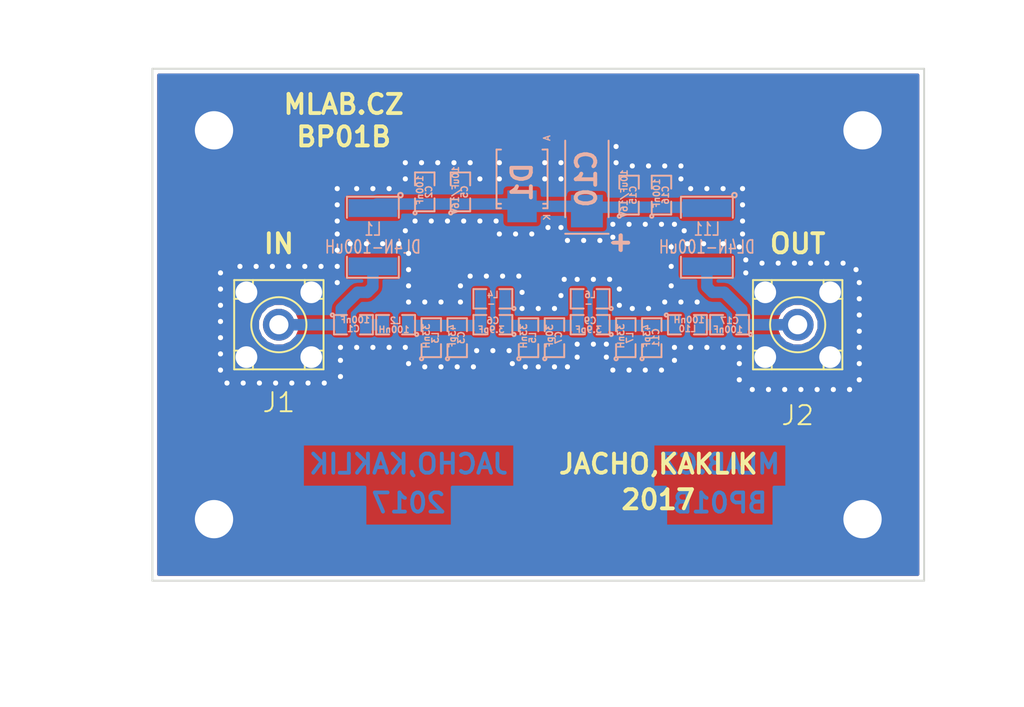
<source format=kicad_pcb>
(kicad_pcb (version 20170123) (host pcbnew "(2017-02-05 revision 431abcf)-makepkg")

  (general
    (links 49)
    (no_connects 0)
    (area 0.178999 -40.461001 60.781001 -0.178999)
    (thickness 1.6)
    (drawings 16)
    (tracks 448)
    (zones 0)
    (modules 28)
    (nets 10)
  )

  (page A4)
  (title_block
    (title NAME)
    (date "%d. %m. %Y")
    (rev REV)
    (company "Mlab www.mlab.cz")
    (comment 1 VERSION)
    (comment 2 "Short description\\nTwo lines are maximum")
    (comment 3 "nickname <email@example.com>")
  )

  (layers
    (0 F.Cu signal)
    (31 B.Cu signal)
    (32 B.Adhes user)
    (33 F.Adhes user)
    (34 B.Paste user)
    (35 F.Paste user)
    (36 B.SilkS user)
    (37 F.SilkS user)
    (38 B.Mask user)
    (39 F.Mask user)
    (40 Dwgs.User user)
    (41 Cmts.User user)
    (42 Eco1.User user)
    (43 Eco2.User user)
    (44 Edge.Cuts user)
    (45 Margin user)
    (46 B.CrtYd user)
    (47 F.CrtYd user)
    (48 B.Fab user)
    (49 F.Fab user)
  )

  (setup
    (last_trace_width 0.25)
    (user_trace_width 0.3)
    (user_trace_width 0.4)
    (user_trace_width 0.5)
    (user_trace_width 0.6)
    (user_trace_width 0.7)
    (user_trace_width 0.8)
    (user_trace_width 0.9)
    (user_trace_width 1)
    (trace_clearance 0.2)
    (zone_clearance 0.3)
    (zone_45_only no)
    (trace_min 0.2)
    (segment_width 0.2)
    (edge_width 0.15)
    (via_size 0.8)
    (via_drill 0.4)
    (via_min_size 0.4)
    (via_min_drill 0.3)
    (uvia_size 0.3)
    (uvia_drill 0.1)
    (uvias_allowed no)
    (uvia_min_size 0.2)
    (uvia_min_drill 0.1)
    (pcb_text_width 0.3)
    (pcb_text_size 1.5 1.5)
    (mod_edge_width 0.15)
    (mod_text_size 1 1)
    (mod_text_width 0.15)
    (pad_size 1.524 1.524)
    (pad_drill 0.762)
    (pad_to_mask_clearance 0.2)
    (solder_mask_min_width 0.2)
    (aux_axis_origin 0 0)
    (visible_elements 7FFFFF7F)
    (pcbplotparams
      (layerselection 0x010e0_ffffffff)
      (usegerberextensions false)
      (excludeedgelayer true)
      (linewidth 0.150000)
      (plotframeref false)
      (viasonmask false)
      (mode 1)
      (useauxorigin false)
      (hpglpennumber 1)
      (hpglpenspeed 20)
      (hpglpendiameter 15)
      (psnegative false)
      (psa4output false)
      (plotreference true)
      (plotvalue true)
      (plotinvisibletext false)
      (padsonsilk false)
      (subtractmaskfromsilk false)
      (outputformat 1)
      (mirror false)
      (drillshape 0)
      (scaleselection 1)
      (outputdirectory ../CAM_PROFI/))
  )

  (net 0 "")
  (net 1 "Net-(C1-Pad2)")
  (net 2 "Net-(C1-Pad1)")
  (net 3 "Net-(C10-Pad1)")
  (net 4 GND)
  (net 5 "Net-(C3-Pad2)")
  (net 6 "Net-(C6-Pad1)")
  (net 7 "Net-(C11-Pad2)")
  (net 8 "Net-(C17-Pad1)")
  (net 9 "Net-(C17-Pad2)")

  (net_class Default "This is the default net class."
    (clearance 0.2)
    (trace_width 0.25)
    (via_dia 0.8)
    (via_drill 0.4)
    (uvia_dia 0.3)
    (uvia_drill 0.1)
    (add_net GND)
    (add_net "Net-(C1-Pad1)")
    (add_net "Net-(C1-Pad2)")
    (add_net "Net-(C10-Pad1)")
    (add_net "Net-(C11-Pad2)")
    (add_net "Net-(C17-Pad1)")
    (add_net "Net-(C17-Pad2)")
    (add_net "Net-(C3-Pad2)")
    (add_net "Net-(C6-Pad1)")
  )

  (module Mlab_R:SMD-0805 (layer B.Cu) (tedit 58902C63) (tstamp 584E5CBA)
    (at 16.002 -20.32)
    (path /584A851A)
    (attr smd)
    (fp_text reference C1 (at 0 0.3175) (layer B.SilkS)
      (effects (font (size 0.50038 0.50038) (thickness 0.10922)) (justify mirror))
    )
    (fp_text value 100nF (at 0.127 -0.381) (layer B.SilkS)
      (effects (font (size 0.50038 0.50038) (thickness 0.10922)) (justify mirror))
    )
    (fp_circle (center -1.651 -0.762) (end -1.651 -0.635) (layer B.SilkS) (width 0.15))
    (fp_line (start -0.508 -0.762) (end -1.524 -0.762) (layer B.SilkS) (width 0.15))
    (fp_line (start -1.524 -0.762) (end -1.524 0.762) (layer B.SilkS) (width 0.15))
    (fp_line (start -1.524 0.762) (end -0.508 0.762) (layer B.SilkS) (width 0.15))
    (fp_line (start 0.508 0.762) (end 1.524 0.762) (layer B.SilkS) (width 0.15))
    (fp_line (start 1.524 0.762) (end 1.524 -0.762) (layer B.SilkS) (width 0.15))
    (fp_line (start 1.524 -0.762) (end 0.508 -0.762) (layer B.SilkS) (width 0.15))
    (pad 1 smd rect (at -0.9525 0) (size 0.889 1.397) (layers B.Cu B.Paste B.Mask)
      (net 2 "Net-(C1-Pad1)"))
    (pad 2 smd rect (at 0.9525 0) (size 0.889 1.397) (layers B.Cu B.Paste B.Mask)
      (net 1 "Net-(C1-Pad2)"))
    (model MLAB_3D/Resistors/chip_cms.wrl
      (at (xyz 0 0 0))
      (scale (xyz 0.1 0.1 0.1))
      (rotate (xyz 0 0 0))
    )
  )

  (module Mlab_R:SMD-0805 (layer B.Cu) (tedit 58902C63) (tstamp 584E5CC0)
    (at 21.59 -30.734 90)
    (path /584A9E07)
    (attr smd)
    (fp_text reference C2 (at 0 0.3175 90) (layer B.SilkS)
      (effects (font (size 0.50038 0.50038) (thickness 0.10922)) (justify mirror))
    )
    (fp_text value 100nF (at 0.127 -0.381 90) (layer B.SilkS)
      (effects (font (size 0.50038 0.50038) (thickness 0.10922)) (justify mirror))
    )
    (fp_line (start 1.524 -0.762) (end 0.508 -0.762) (layer B.SilkS) (width 0.15))
    (fp_line (start 1.524 0.762) (end 1.524 -0.762) (layer B.SilkS) (width 0.15))
    (fp_line (start 0.508 0.762) (end 1.524 0.762) (layer B.SilkS) (width 0.15))
    (fp_line (start -1.524 0.762) (end -0.508 0.762) (layer B.SilkS) (width 0.15))
    (fp_line (start -1.524 -0.762) (end -1.524 0.762) (layer B.SilkS) (width 0.15))
    (fp_line (start -0.508 -0.762) (end -1.524 -0.762) (layer B.SilkS) (width 0.15))
    (fp_circle (center -1.651 -0.762) (end -1.651 -0.635) (layer B.SilkS) (width 0.15))
    (pad 2 smd rect (at 0.9525 0 90) (size 0.889 1.397) (layers B.Cu B.Paste B.Mask)
      (net 4 GND))
    (pad 1 smd rect (at -0.9525 0 90) (size 0.889 1.397) (layers B.Cu B.Paste B.Mask)
      (net 3 "Net-(C10-Pad1)"))
    (model MLAB_3D/Resistors/chip_cms.wrl
      (at (xyz 0 0 0))
      (scale (xyz 0.1 0.1 0.1))
      (rotate (xyz 0 0 0))
    )
  )

  (module Mlab_R:SMD-0805 (layer B.Cu) (tedit 58902C63) (tstamp 584E5CC6)
    (at 24.13 -19.304 90)
    (path /584A88A6)
    (attr smd)
    (fp_text reference C3 (at 0 0.3175 90) (layer B.SilkS)
      (effects (font (size 0.50038 0.50038) (thickness 0.10922)) (justify mirror))
    )
    (fp_text value 43pF (at 0.127 -0.381 90) (layer B.SilkS)
      (effects (font (size 0.50038 0.50038) (thickness 0.10922)) (justify mirror))
    )
    (fp_line (start 1.524 -0.762) (end 0.508 -0.762) (layer B.SilkS) (width 0.15))
    (fp_line (start 1.524 0.762) (end 1.524 -0.762) (layer B.SilkS) (width 0.15))
    (fp_line (start 0.508 0.762) (end 1.524 0.762) (layer B.SilkS) (width 0.15))
    (fp_line (start -1.524 0.762) (end -0.508 0.762) (layer B.SilkS) (width 0.15))
    (fp_line (start -1.524 -0.762) (end -1.524 0.762) (layer B.SilkS) (width 0.15))
    (fp_line (start -0.508 -0.762) (end -1.524 -0.762) (layer B.SilkS) (width 0.15))
    (fp_circle (center -1.651 -0.762) (end -1.651 -0.635) (layer B.SilkS) (width 0.15))
    (pad 2 smd rect (at 0.9525 0 90) (size 0.889 1.397) (layers B.Cu B.Paste B.Mask)
      (net 5 "Net-(C3-Pad2)"))
    (pad 1 smd rect (at -0.9525 0 90) (size 0.889 1.397) (layers B.Cu B.Paste B.Mask)
      (net 4 GND))
    (model MLAB_3D/Resistors/chip_cms.wrl
      (at (xyz 0 0 0))
      (scale (xyz 0.1 0.1 0.1))
      (rotate (xyz 0 0 0))
    )
  )

  (module Mlab_R:SMD-0805 (layer B.Cu) (tedit 58902C63) (tstamp 584E5CD2)
    (at 24.384 -30.734 90)
    (path /584A9E8F)
    (attr smd)
    (fp_text reference C5 (at 0 0.3175 90) (layer B.SilkS)
      (effects (font (size 0.50038 0.50038) (thickness 0.10922)) (justify mirror))
    )
    (fp_text value 10uF/16V (at 0.127 -0.381 90) (layer B.SilkS)
      (effects (font (size 0.50038 0.50038) (thickness 0.10922)) (justify mirror))
    )
    (fp_circle (center -1.651 -0.762) (end -1.651 -0.635) (layer B.SilkS) (width 0.15))
    (fp_line (start -0.508 -0.762) (end -1.524 -0.762) (layer B.SilkS) (width 0.15))
    (fp_line (start -1.524 -0.762) (end -1.524 0.762) (layer B.SilkS) (width 0.15))
    (fp_line (start -1.524 0.762) (end -0.508 0.762) (layer B.SilkS) (width 0.15))
    (fp_line (start 0.508 0.762) (end 1.524 0.762) (layer B.SilkS) (width 0.15))
    (fp_line (start 1.524 0.762) (end 1.524 -0.762) (layer B.SilkS) (width 0.15))
    (fp_line (start 1.524 -0.762) (end 0.508 -0.762) (layer B.SilkS) (width 0.15))
    (pad 1 smd rect (at -0.9525 0 90) (size 0.889 1.397) (layers B.Cu B.Paste B.Mask)
      (net 3 "Net-(C10-Pad1)"))
    (pad 2 smd rect (at 0.9525 0 90) (size 0.889 1.397) (layers B.Cu B.Paste B.Mask)
      (net 4 GND))
    (model MLAB_3D/Resistors/chip_cms.wrl
      (at (xyz 0 0 0))
      (scale (xyz 0.1 0.1 0.1))
      (rotate (xyz 0 0 0))
    )
  )

  (module Mlab_R:SMD-0805 (layer B.Cu) (tedit 58902C63) (tstamp 584E5CD8)
    (at 26.924 -20.32 180)
    (path /584A8A5E)
    (attr smd)
    (fp_text reference C6 (at 0 0.3175 180) (layer B.SilkS)
      (effects (font (size 0.50038 0.50038) (thickness 0.10922)) (justify mirror))
    )
    (fp_text value 3.9pF (at 0.127 -0.381 180) (layer B.SilkS)
      (effects (font (size 0.50038 0.50038) (thickness 0.10922)) (justify mirror))
    )
    (fp_circle (center -1.651 -0.762) (end -1.651 -0.635) (layer B.SilkS) (width 0.15))
    (fp_line (start -0.508 -0.762) (end -1.524 -0.762) (layer B.SilkS) (width 0.15))
    (fp_line (start -1.524 -0.762) (end -1.524 0.762) (layer B.SilkS) (width 0.15))
    (fp_line (start -1.524 0.762) (end -0.508 0.762) (layer B.SilkS) (width 0.15))
    (fp_line (start 0.508 0.762) (end 1.524 0.762) (layer B.SilkS) (width 0.15))
    (fp_line (start 1.524 0.762) (end 1.524 -0.762) (layer B.SilkS) (width 0.15))
    (fp_line (start 1.524 -0.762) (end 0.508 -0.762) (layer B.SilkS) (width 0.15))
    (pad 1 smd rect (at -0.9525 0 180) (size 0.889 1.397) (layers B.Cu B.Paste B.Mask)
      (net 6 "Net-(C6-Pad1)"))
    (pad 2 smd rect (at 0.9525 0 180) (size 0.889 1.397) (layers B.Cu B.Paste B.Mask)
      (net 5 "Net-(C3-Pad2)"))
    (model MLAB_3D/Resistors/chip_cms.wrl
      (at (xyz 0 0 0))
      (scale (xyz 0.1 0.1 0.1))
      (rotate (xyz 0 0 0))
    )
  )

  (module Mlab_R:SMD-0805 (layer B.Cu) (tedit 58902C63) (tstamp 584E5CDE)
    (at 31.75 -19.304 90)
    (path /584A941D)
    (attr smd)
    (fp_text reference C7 (at 0 0.3175 90) (layer B.SilkS)
      (effects (font (size 0.50038 0.50038) (thickness 0.10922)) (justify mirror))
    )
    (fp_text value 30pF (at 0.127 -0.381 90) (layer B.SilkS)
      (effects (font (size 0.50038 0.50038) (thickness 0.10922)) (justify mirror))
    )
    (fp_circle (center -1.651 -0.762) (end -1.651 -0.635) (layer B.SilkS) (width 0.15))
    (fp_line (start -0.508 -0.762) (end -1.524 -0.762) (layer B.SilkS) (width 0.15))
    (fp_line (start -1.524 -0.762) (end -1.524 0.762) (layer B.SilkS) (width 0.15))
    (fp_line (start -1.524 0.762) (end -0.508 0.762) (layer B.SilkS) (width 0.15))
    (fp_line (start 0.508 0.762) (end 1.524 0.762) (layer B.SilkS) (width 0.15))
    (fp_line (start 1.524 0.762) (end 1.524 -0.762) (layer B.SilkS) (width 0.15))
    (fp_line (start 1.524 -0.762) (end 0.508 -0.762) (layer B.SilkS) (width 0.15))
    (pad 1 smd rect (at -0.9525 0 90) (size 0.889 1.397) (layers B.Cu B.Paste B.Mask)
      (net 4 GND))
    (pad 2 smd rect (at 0.9525 0 90) (size 0.889 1.397) (layers B.Cu B.Paste B.Mask)
      (net 6 "Net-(C6-Pad1)"))
    (model MLAB_3D/Resistors/chip_cms.wrl
      (at (xyz 0 0 0))
      (scale (xyz 0.1 0.1 0.1))
      (rotate (xyz 0 0 0))
    )
  )

  (module Mlab_R:SMD-0805 (layer B.Cu) (tedit 58902C63) (tstamp 584E5CEA)
    (at 34.544 -20.32 180)
    (path /584A9379)
    (attr smd)
    (fp_text reference C9 (at 0 0.3175 180) (layer B.SilkS)
      (effects (font (size 0.50038 0.50038) (thickness 0.10922)) (justify mirror))
    )
    (fp_text value 3.9pF (at 0.127 -0.381 180) (layer B.SilkS)
      (effects (font (size 0.50038 0.50038) (thickness 0.10922)) (justify mirror))
    )
    (fp_circle (center -1.651 -0.762) (end -1.651 -0.635) (layer B.SilkS) (width 0.15))
    (fp_line (start -0.508 -0.762) (end -1.524 -0.762) (layer B.SilkS) (width 0.15))
    (fp_line (start -1.524 -0.762) (end -1.524 0.762) (layer B.SilkS) (width 0.15))
    (fp_line (start -1.524 0.762) (end -0.508 0.762) (layer B.SilkS) (width 0.15))
    (fp_line (start 0.508 0.762) (end 1.524 0.762) (layer B.SilkS) (width 0.15))
    (fp_line (start 1.524 0.762) (end 1.524 -0.762) (layer B.SilkS) (width 0.15))
    (fp_line (start 1.524 -0.762) (end 0.508 -0.762) (layer B.SilkS) (width 0.15))
    (pad 1 smd rect (at -0.9525 0 180) (size 0.889 1.397) (layers B.Cu B.Paste B.Mask)
      (net 7 "Net-(C11-Pad2)"))
    (pad 2 smd rect (at 0.9525 0 180) (size 0.889 1.397) (layers B.Cu B.Paste B.Mask)
      (net 6 "Net-(C6-Pad1)"))
    (model MLAB_3D/Resistors/chip_cms.wrl
      (at (xyz 0 0 0))
      (scale (xyz 0.1 0.1 0.1))
      (rotate (xyz 0 0 0))
    )
  )

  (module Mlab_C:TantalC_SizeC_Reflow (layer B.Cu) (tedit 58902C63) (tstamp 584E5CF0)
    (at 34.29 -31.75 90)
    (descr "Tantal Cap. , Size C, EIA-6032, Reflow,")
    (tags "Tantal Cap. , Size C, EIA-6032, Reflow,")
    (path /584A9F4F)
    (attr smd)
    (fp_text reference C10 (at 0.0127 -0.0381 90) (layer B.SilkS)
      (effects (font (thickness 0.3048)) (justify mirror))
    )
    (fp_text value 47uF/16V (at -0.09906 -3.59918 90) (layer B.SilkS) hide
      (effects (font (thickness 0.3048)) (justify mirror))
    )
    (fp_line (start -4.30022 1.69926) (end -4.30022 -1.69926) (layer B.SilkS) (width 0.15))
    (fp_line (start 2.99974 -1.69926) (end -2.99974 -1.69926) (layer B.SilkS) (width 0.15))
    (fp_line (start 2.99974 1.69926) (end -2.99974 1.69926) (layer B.SilkS) (width 0.15))
    (fp_text user + (at -4.99872 2.55016 90) (layer B.SilkS)
      (effects (font (thickness 0.3048)) (justify mirror))
    )
    (fp_line (start -5.00126 3.05308) (end -5.00126 1.95326) (layer B.SilkS) (width 0.15))
    (fp_line (start -5.6007 2.5527) (end -4.40182 2.5527) (layer B.SilkS) (width 0.15))
    (pad 2 smd rect (at 2.52476 0 90) (size 2.55016 2.49936) (layers B.Cu B.Paste B.Mask)
      (net 4 GND))
    (pad 1 smd rect (at -2.52476 0 90) (size 2.55016 2.49936) (layers B.Cu B.Paste B.Mask)
      (net 3 "Net-(C10-Pad1)"))
    (model MLAB_3D/Capacitors/c_tant_C.wrl
      (at (xyz 0 0 0))
      (scale (xyz 1 1 1))
      (rotate (xyz 0 0 180))
    )
  )

  (module Mlab_R:SMD-0805 (layer B.Cu) (tedit 58902C63) (tstamp 584E5CF6)
    (at 39.37 -19.304 90)
    (path /584A9559)
    (attr smd)
    (fp_text reference C11 (at 0 0.3175 90) (layer B.SilkS)
      (effects (font (size 0.50038 0.50038) (thickness 0.10922)) (justify mirror))
    )
    (fp_text value 43pF (at 0.127 -0.381 90) (layer B.SilkS)
      (effects (font (size 0.50038 0.50038) (thickness 0.10922)) (justify mirror))
    )
    (fp_line (start 1.524 -0.762) (end 0.508 -0.762) (layer B.SilkS) (width 0.15))
    (fp_line (start 1.524 0.762) (end 1.524 -0.762) (layer B.SilkS) (width 0.15))
    (fp_line (start 0.508 0.762) (end 1.524 0.762) (layer B.SilkS) (width 0.15))
    (fp_line (start -1.524 0.762) (end -0.508 0.762) (layer B.SilkS) (width 0.15))
    (fp_line (start -1.524 -0.762) (end -1.524 0.762) (layer B.SilkS) (width 0.15))
    (fp_line (start -0.508 -0.762) (end -1.524 -0.762) (layer B.SilkS) (width 0.15))
    (fp_circle (center -1.651 -0.762) (end -1.651 -0.635) (layer B.SilkS) (width 0.15))
    (pad 2 smd rect (at 0.9525 0 90) (size 0.889 1.397) (layers B.Cu B.Paste B.Mask)
      (net 7 "Net-(C11-Pad2)"))
    (pad 1 smd rect (at -0.9525 0 90) (size 0.889 1.397) (layers B.Cu B.Paste B.Mask)
      (net 4 GND))
    (model MLAB_3D/Resistors/chip_cms.wrl
      (at (xyz 0 0 0))
      (scale (xyz 0.1 0.1 0.1))
      (rotate (xyz 0 0 0))
    )
  )

  (module Mlab_R:SMD-0805 (layer B.Cu) (tedit 58902C63) (tstamp 584E5D0E)
    (at 37.592 -30.48 90)
    (path /584AA61E)
    (attr smd)
    (fp_text reference C15 (at 0 0.3175 90) (layer B.SilkS)
      (effects (font (size 0.50038 0.50038) (thickness 0.10922)) (justify mirror))
    )
    (fp_text value 10uF/16V (at 0.127 -0.381 90) (layer B.SilkS)
      (effects (font (size 0.50038 0.50038) (thickness 0.10922)) (justify mirror))
    )
    (fp_circle (center -1.651 -0.762) (end -1.651 -0.635) (layer B.SilkS) (width 0.15))
    (fp_line (start -0.508 -0.762) (end -1.524 -0.762) (layer B.SilkS) (width 0.15))
    (fp_line (start -1.524 -0.762) (end -1.524 0.762) (layer B.SilkS) (width 0.15))
    (fp_line (start -1.524 0.762) (end -0.508 0.762) (layer B.SilkS) (width 0.15))
    (fp_line (start 0.508 0.762) (end 1.524 0.762) (layer B.SilkS) (width 0.15))
    (fp_line (start 1.524 0.762) (end 1.524 -0.762) (layer B.SilkS) (width 0.15))
    (fp_line (start 1.524 -0.762) (end 0.508 -0.762) (layer B.SilkS) (width 0.15))
    (pad 1 smd rect (at -0.9525 0 90) (size 0.889 1.397) (layers B.Cu B.Paste B.Mask)
      (net 3 "Net-(C10-Pad1)"))
    (pad 2 smd rect (at 0.9525 0 90) (size 0.889 1.397) (layers B.Cu B.Paste B.Mask)
      (net 4 GND))
    (model MLAB_3D/Resistors/chip_cms.wrl
      (at (xyz 0 0 0))
      (scale (xyz 0.1 0.1 0.1))
      (rotate (xyz 0 0 0))
    )
  )

  (module Mlab_R:SMD-0805 (layer B.Cu) (tedit 58902C63) (tstamp 584E5D14)
    (at 40.132 -30.48 90)
    (path /584AA618)
    (attr smd)
    (fp_text reference C16 (at 0 0.3175 90) (layer B.SilkS)
      (effects (font (size 0.50038 0.50038) (thickness 0.10922)) (justify mirror))
    )
    (fp_text value 100nF (at 0.127 -0.381 90) (layer B.SilkS)
      (effects (font (size 0.50038 0.50038) (thickness 0.10922)) (justify mirror))
    )
    (fp_line (start 1.524 -0.762) (end 0.508 -0.762) (layer B.SilkS) (width 0.15))
    (fp_line (start 1.524 0.762) (end 1.524 -0.762) (layer B.SilkS) (width 0.15))
    (fp_line (start 0.508 0.762) (end 1.524 0.762) (layer B.SilkS) (width 0.15))
    (fp_line (start -1.524 0.762) (end -0.508 0.762) (layer B.SilkS) (width 0.15))
    (fp_line (start -1.524 -0.762) (end -1.524 0.762) (layer B.SilkS) (width 0.15))
    (fp_line (start -0.508 -0.762) (end -1.524 -0.762) (layer B.SilkS) (width 0.15))
    (fp_circle (center -1.651 -0.762) (end -1.651 -0.635) (layer B.SilkS) (width 0.15))
    (pad 2 smd rect (at 0.9525 0 90) (size 0.889 1.397) (layers B.Cu B.Paste B.Mask)
      (net 4 GND))
    (pad 1 smd rect (at -0.9525 0 90) (size 0.889 1.397) (layers B.Cu B.Paste B.Mask)
      (net 3 "Net-(C10-Pad1)"))
    (model MLAB_3D/Resistors/chip_cms.wrl
      (at (xyz 0 0 0))
      (scale (xyz 0.1 0.1 0.1))
      (rotate (xyz 0 0 0))
    )
  )

  (module Mlab_R:SMD-0805 (layer B.Cu) (tedit 58902C63) (tstamp 584E5D1A)
    (at 45.466 -20.32 180)
    (path /584A98B9)
    (attr smd)
    (fp_text reference C17 (at 0 0.3175 180) (layer B.SilkS)
      (effects (font (size 0.50038 0.50038) (thickness 0.10922)) (justify mirror))
    )
    (fp_text value 100nF (at 0.127 -0.381 180) (layer B.SilkS)
      (effects (font (size 0.50038 0.50038) (thickness 0.10922)) (justify mirror))
    )
    (fp_line (start 1.524 -0.762) (end 0.508 -0.762) (layer B.SilkS) (width 0.15))
    (fp_line (start 1.524 0.762) (end 1.524 -0.762) (layer B.SilkS) (width 0.15))
    (fp_line (start 0.508 0.762) (end 1.524 0.762) (layer B.SilkS) (width 0.15))
    (fp_line (start -1.524 0.762) (end -0.508 0.762) (layer B.SilkS) (width 0.15))
    (fp_line (start -1.524 -0.762) (end -1.524 0.762) (layer B.SilkS) (width 0.15))
    (fp_line (start -0.508 -0.762) (end -1.524 -0.762) (layer B.SilkS) (width 0.15))
    (fp_circle (center -1.651 -0.762) (end -1.651 -0.635) (layer B.SilkS) (width 0.15))
    (pad 2 smd rect (at 0.9525 0 180) (size 0.889 1.397) (layers B.Cu B.Paste B.Mask)
      (net 9 "Net-(C17-Pad2)"))
    (pad 1 smd rect (at -0.9525 0 180) (size 0.889 1.397) (layers B.Cu B.Paste B.Mask)
      (net 8 "Net-(C17-Pad1)"))
    (model MLAB_3D/Resistors/chip_cms.wrl
      (at (xyz 0 0 0))
      (scale (xyz 0.1 0.1 0.1))
      (rotate (xyz 0 0 0))
    )
  )

  (module Mlab_D:SMB_Standard (layer B.Cu) (tedit 58902C63) (tstamp 584E5D20)
    (at 29.21 -31.75 270)
    (descr "Diode SMB Standard")
    (tags "Diode SMB Standard")
    (path /584AA354)
    (attr smd)
    (fp_text reference D1 (at 0.254 0 270) (layer B.SilkS)
      (effects (font (thickness 0.3048)) (justify mirror))
    )
    (fp_text value SMBJ15A-E3/52 (at 0 -3.81 270) (layer B.SilkS) hide
      (effects (font (thickness 0.3048)) (justify mirror))
    )
    (fp_text user A (at -3.2004 -1.95072 270) (layer B.SilkS)
      (effects (font (size 0.50038 0.50038) (thickness 0.09906)) (justify mirror))
    )
    (fp_text user K (at 2.99974 -1.95072 270) (layer B.SilkS)
      (effects (font (size 0.50038 0.50038) (thickness 0.09906)) (justify mirror))
    )
    (fp_line (start -2.30124 -1.75006) (end -2.30124 -1.6002) (layer B.SilkS) (width 0.15))
    (fp_line (start 1.95072 -1.75006) (end 1.95072 -1.651) (layer B.SilkS) (width 0.15))
    (fp_line (start 2.30124 -1.75006) (end 2.30124 -1.651) (layer B.SilkS) (width 0.15))
    (fp_line (start -2.30124 1.75006) (end -2.30124 1.651) (layer B.SilkS) (width 0.15))
    (fp_line (start 1.95072 1.75006) (end 1.95072 1.651) (layer B.SilkS) (width 0.15))
    (fp_line (start 2.30124 1.75006) (end 2.30124 1.651) (layer B.SilkS) (width 0.15))
    (fp_circle (center 0 0) (end 0.44958 -0.09906) (layer B.Adhes) (width 0.381))
    (fp_circle (center 0 0) (end 0.20066 -0.09906) (layer B.Adhes) (width 0.381))
    (fp_line (start 1.95072 -1.99898) (end 1.95072 -1.80086) (layer B.SilkS) (width 0.15))
    (fp_line (start 1.95072 1.99898) (end 1.95072 1.80086) (layer B.SilkS) (width 0.15))
    (fp_line (start 2.29616 -1.99644) (end 2.29616 -1.79832) (layer B.SilkS) (width 0.15))
    (fp_line (start -2.30632 -1.99644) (end 2.29616 -1.99644) (layer B.SilkS) (width 0.15))
    (fp_line (start -2.30632 -1.99644) (end -2.30632 -1.79832) (layer B.SilkS) (width 0.15))
    (fp_line (start -2.30124 1.99898) (end -2.30124 1.80086) (layer B.SilkS) (width 0.15))
    (fp_line (start -2.30124 1.99898) (end 2.30124 1.99898) (layer B.SilkS) (width 0.15))
    (fp_line (start 2.30124 1.99898) (end 2.30124 1.80086) (layer B.SilkS) (width 0.15))
    (pad 1 smd rect (at 2.14884 0 270) (size 2.49936 2.30124) (layers B.Cu B.Paste B.Mask)
      (net 3 "Net-(C10-Pad1)"))
    (pad 2 smd rect (at -2.14884 0 270) (size 2.49936 2.30124) (layers B.Cu B.Paste B.Mask)
      (net 4 GND))
    (model MLAB_3D/Diodes/SMB.wrl
      (at (xyz 0 0 0))
      (scale (xyz 0.3937 0.3937 0.3937))
      (rotate (xyz 0 0 0))
    )
  )

  (module Mlab_CON:SMA6251A13G50 locked (layer F.Cu) (tedit 58902C63) (tstamp 584E5D29)
    (at 10.16 -20.32)
    (path /584A8252)
    (fp_text reference J1 (at 0 6.096) (layer F.SilkS)
      (effects (font (size 1.5 1.5) (thickness 0.15)))
    )
    (fp_text value SMA6251A13G50 (at 0 5.1) (layer F.SilkS) hide
      (effects (font (size 1.5 1.5) (thickness 0.15)))
    )
    (fp_line (start -3.5 -3.5) (end -3.5 3.5) (layer F.SilkS) (width 0.15))
    (fp_line (start 3.5 -3.5) (end -3.5 -3.5) (layer F.SilkS) (width 0.15))
    (fp_line (start 3.5 3.5) (end 3.5 -3.5) (layer F.SilkS) (width 0.15))
    (fp_line (start -3.5 3.5) (end 3.5 3.5) (layer F.SilkS) (width 0.15))
    (fp_line (start -2.03 -2.03) (end -3.5 -2.03) (layer F.SilkS) (width 0.15))
    (fp_line (start -2.03 -3.5) (end -2.03 -2.03) (layer F.SilkS) (width 0.15))
    (fp_line (start 2.03 -2.03) (end 3.5 -2.03) (layer F.SilkS) (width 0.15))
    (fp_line (start 2.03 -3.5) (end 2.03 -2.03) (layer F.SilkS) (width 0.15))
    (fp_line (start -3.5 2.03) (end -2.03 2.03) (layer F.SilkS) (width 0.15))
    (fp_line (start -2.03 2.03) (end -2.03 3.5) (layer F.SilkS) (width 0.15))
    (fp_line (start 2.03 2.03) (end 3.5 2.03) (layer F.SilkS) (width 0.15))
    (fp_line (start 2.03 3.5) (end 2.03 2.03) (layer F.SilkS) (width 0.15))
    (fp_line (start 3.05 -3.05) (end 2.03 -3.05) (layer F.SilkS) (width 0.15))
    (fp_line (start 3.05 -3.05) (end 3.05 -2.03) (layer F.SilkS) (width 0.15))
    (fp_line (start -3.05 -3.05) (end -3.05 -2.03) (layer F.SilkS) (width 0.15))
    (fp_line (start -2.03 -3.05) (end -3.05 -3.05) (layer F.SilkS) (width 0.15))
    (fp_line (start -3.05 3.05) (end -3.05 2.03) (layer F.SilkS) (width 0.15))
    (fp_line (start -2.03 3.05) (end -3.05 3.05) (layer F.SilkS) (width 0.15))
    (fp_line (start 3.05 3.05) (end 3.05 2.03) (layer F.SilkS) (width 0.15))
    (fp_line (start 2.03 3.05) (end 3.05 3.05) (layer F.SilkS) (width 0.15))
    (fp_circle (center 0 0) (end -0.11 -2.16) (layer F.SilkS) (width 0.15))
    (pad 2 thru_hole circle (at 2.54 -2.54 180) (size 2.7 2.7) (drill 1.7) (layers *.Cu *.Mask)
      (net 4 GND))
    (pad 2 thru_hole circle (at -2.54 -2.54 180) (size 2.7 2.7) (drill 1.7) (layers *.Cu *.Mask)
      (net 4 GND))
    (pad 2 thru_hole circle (at -2.54 2.54 180) (size 2.7 2.7) (drill 1.7) (layers *.Cu *.Mask)
      (net 4 GND))
    (pad 2 thru_hole circle (at 2.54 2.54 180) (size 2.7 2.7) (drill 1.7) (layers *.Cu *.Mask)
      (net 4 GND))
    (pad 1 thru_hole circle (at 0 0 180) (size 2.5 2.5) (drill 1.5) (layers *.Cu *.Mask)
      (net 2 "Net-(C1-Pad1)"))
  )

  (module Mlab_CON:SMA6251A13G50 locked (layer F.Cu) (tedit 58902C63) (tstamp 584E5D32)
    (at 50.8 -20.32)
    (path /584A84A8)
    (fp_text reference J2 (at 0 7.112) (layer F.SilkS)
      (effects (font (size 1.5 1.5) (thickness 0.15)))
    )
    (fp_text value SMA6251A13G50 (at 0 5.1) (layer F.SilkS) hide
      (effects (font (size 1.5 1.5) (thickness 0.15)))
    )
    (fp_circle (center 0 0) (end -0.11 -2.16) (layer F.SilkS) (width 0.15))
    (fp_line (start 2.03 3.05) (end 3.05 3.05) (layer F.SilkS) (width 0.15))
    (fp_line (start 3.05 3.05) (end 3.05 2.03) (layer F.SilkS) (width 0.15))
    (fp_line (start -2.03 3.05) (end -3.05 3.05) (layer F.SilkS) (width 0.15))
    (fp_line (start -3.05 3.05) (end -3.05 2.03) (layer F.SilkS) (width 0.15))
    (fp_line (start -2.03 -3.05) (end -3.05 -3.05) (layer F.SilkS) (width 0.15))
    (fp_line (start -3.05 -3.05) (end -3.05 -2.03) (layer F.SilkS) (width 0.15))
    (fp_line (start 3.05 -3.05) (end 3.05 -2.03) (layer F.SilkS) (width 0.15))
    (fp_line (start 3.05 -3.05) (end 2.03 -3.05) (layer F.SilkS) (width 0.15))
    (fp_line (start 2.03 3.5) (end 2.03 2.03) (layer F.SilkS) (width 0.15))
    (fp_line (start 2.03 2.03) (end 3.5 2.03) (layer F.SilkS) (width 0.15))
    (fp_line (start -2.03 2.03) (end -2.03 3.5) (layer F.SilkS) (width 0.15))
    (fp_line (start -3.5 2.03) (end -2.03 2.03) (layer F.SilkS) (width 0.15))
    (fp_line (start 2.03 -3.5) (end 2.03 -2.03) (layer F.SilkS) (width 0.15))
    (fp_line (start 2.03 -2.03) (end 3.5 -2.03) (layer F.SilkS) (width 0.15))
    (fp_line (start -2.03 -3.5) (end -2.03 -2.03) (layer F.SilkS) (width 0.15))
    (fp_line (start -2.03 -2.03) (end -3.5 -2.03) (layer F.SilkS) (width 0.15))
    (fp_line (start -3.5 3.5) (end 3.5 3.5) (layer F.SilkS) (width 0.15))
    (fp_line (start 3.5 3.5) (end 3.5 -3.5) (layer F.SilkS) (width 0.15))
    (fp_line (start 3.5 -3.5) (end -3.5 -3.5) (layer F.SilkS) (width 0.15))
    (fp_line (start -3.5 -3.5) (end -3.5 3.5) (layer F.SilkS) (width 0.15))
    (pad 1 thru_hole circle (at 0 0 180) (size 2.5 2.5) (drill 1.5) (layers *.Cu *.Mask)
      (net 8 "Net-(C17-Pad1)"))
    (pad 2 thru_hole circle (at 2.54 2.54 180) (size 2.7 2.7) (drill 1.7) (layers *.Cu *.Mask)
      (net 4 GND))
    (pad 2 thru_hole circle (at -2.54 2.54 180) (size 2.7 2.7) (drill 1.7) (layers *.Cu *.Mask)
      (net 4 GND))
    (pad 2 thru_hole circle (at -2.54 -2.54 180) (size 2.7 2.7) (drill 1.7) (layers *.Cu *.Mask)
      (net 4 GND))
    (pad 2 thru_hole circle (at 2.54 -2.54 180) (size 2.7 2.7) (drill 1.7) (layers *.Cu *.Mask)
      (net 4 GND))
  )

  (module Mlab_R:SMD-1812 (layer B.Cu) (tedit 58902C63) (tstamp 584E5D38)
    (at 17.526 -27.178 270)
    (tags "CMS SMD")
    (path /584A9631)
    (attr smd)
    (fp_text reference L1 (at -0.635 0 180) (layer B.SilkS)
      (effects (font (size 1.016 0.762) (thickness 0.127)) (justify mirror))
    )
    (fp_text value DL4N-100uH (at 0.762 0 180) (layer B.SilkS)
      (effects (font (size 1.016 0.762) (thickness 0.127)) (justify mirror))
    )
    (fp_line (start -3.175 -2.032) (end -1.524 -2.032) (layer B.SilkS) (width 0.15))
    (fp_line (start -3.175 2.032) (end -3.175 -2.032) (layer B.SilkS) (width 0.15))
    (fp_line (start -1.524 2.032) (end -3.175 2.032) (layer B.SilkS) (width 0.15))
    (fp_line (start 3.175 2.032) (end 1.524 2.032) (layer B.SilkS) (width 0.15))
    (fp_line (start 3.175 -2.032) (end 3.175 2.032) (layer B.SilkS) (width 0.15))
    (fp_line (start 1.524 -2.032) (end 3.175 -2.032) (layer B.SilkS) (width 0.15))
    (fp_circle (center -3.302 -2.159) (end -3.175 -2.032) (layer B.SilkS) (width 0.15))
    (pad 2 smd rect (at 2.286 0 270) (size 1.397 3.81) (layers B.Cu B.Paste B.Mask)
      (net 2 "Net-(C1-Pad1)"))
    (pad 1 smd rect (at -2.286 0 270) (size 1.397 3.81) (layers B.Cu B.Paste B.Mask)
      (net 3 "Net-(C10-Pad1)"))
    (model MLAB_3D/Resistors/chip_cms.wrl
      (at (xyz 0 0 0))
      (scale (xyz 0.21 0.3 0.2))
      (rotate (xyz 0 0 0))
    )
  )

  (module Mlab_R:SMD-0805 (layer B.Cu) (tedit 58902C63) (tstamp 584E5D3E)
    (at 19.304 -20.32 180)
    (path /584A9157)
    (attr smd)
    (fp_text reference L2 (at 0 0.3175 180) (layer B.SilkS)
      (effects (font (size 0.50038 0.50038) (thickness 0.10922)) (justify mirror))
    )
    (fp_text value 100nH (at 0.127 -0.381 180) (layer B.SilkS)
      (effects (font (size 0.50038 0.50038) (thickness 0.10922)) (justify mirror))
    )
    (fp_circle (center -1.651 -0.762) (end -1.651 -0.635) (layer B.SilkS) (width 0.15))
    (fp_line (start -0.508 -0.762) (end -1.524 -0.762) (layer B.SilkS) (width 0.15))
    (fp_line (start -1.524 -0.762) (end -1.524 0.762) (layer B.SilkS) (width 0.15))
    (fp_line (start -1.524 0.762) (end -0.508 0.762) (layer B.SilkS) (width 0.15))
    (fp_line (start 0.508 0.762) (end 1.524 0.762) (layer B.SilkS) (width 0.15))
    (fp_line (start 1.524 0.762) (end 1.524 -0.762) (layer B.SilkS) (width 0.15))
    (fp_line (start 1.524 -0.762) (end 0.508 -0.762) (layer B.SilkS) (width 0.15))
    (pad 1 smd rect (at -0.9525 0 180) (size 0.889 1.397) (layers B.Cu B.Paste B.Mask)
      (net 5 "Net-(C3-Pad2)"))
    (pad 2 smd rect (at 0.9525 0 180) (size 0.889 1.397) (layers B.Cu B.Paste B.Mask)
      (net 1 "Net-(C1-Pad2)"))
    (model MLAB_3D/Resistors/chip_cms.wrl
      (at (xyz 0 0 0))
      (scale (xyz 0.1 0.1 0.1))
      (rotate (xyz 0 0 0))
    )
  )

  (module Mlab_R:SMD-0805 (layer B.Cu) (tedit 58902C63) (tstamp 584E5D44)
    (at 22.098 -19.304 90)
    (path /584A9186)
    (attr smd)
    (fp_text reference L3 (at 0 0.3175 90) (layer B.SilkS)
      (effects (font (size 0.50038 0.50038) (thickness 0.10922)) (justify mirror))
    )
    (fp_text value 33nH (at 0.127 -0.381 90) (layer B.SilkS)
      (effects (font (size 0.50038 0.50038) (thickness 0.10922)) (justify mirror))
    )
    (fp_line (start 1.524 -0.762) (end 0.508 -0.762) (layer B.SilkS) (width 0.15))
    (fp_line (start 1.524 0.762) (end 1.524 -0.762) (layer B.SilkS) (width 0.15))
    (fp_line (start 0.508 0.762) (end 1.524 0.762) (layer B.SilkS) (width 0.15))
    (fp_line (start -1.524 0.762) (end -0.508 0.762) (layer B.SilkS) (width 0.15))
    (fp_line (start -1.524 -0.762) (end -1.524 0.762) (layer B.SilkS) (width 0.15))
    (fp_line (start -0.508 -0.762) (end -1.524 -0.762) (layer B.SilkS) (width 0.15))
    (fp_circle (center -1.651 -0.762) (end -1.651 -0.635) (layer B.SilkS) (width 0.15))
    (pad 2 smd rect (at 0.9525 0 90) (size 0.889 1.397) (layers B.Cu B.Paste B.Mask)
      (net 5 "Net-(C3-Pad2)"))
    (pad 1 smd rect (at -0.9525 0 90) (size 0.889 1.397) (layers B.Cu B.Paste B.Mask)
      (net 4 GND))
    (model MLAB_3D/Resistors/chip_cms.wrl
      (at (xyz 0 0 0))
      (scale (xyz 0.1 0.1 0.1))
      (rotate (xyz 0 0 0))
    )
  )

  (module Mlab_R:SMD-0805 (layer B.Cu) (tedit 58902C63) (tstamp 584E5D4A)
    (at 26.924 -22.352 180)
    (path /584A8DE8)
    (attr smd)
    (fp_text reference L4 (at 0 0.3175 180) (layer B.SilkS)
      (effects (font (size 0.50038 0.50038) (thickness 0.10922)) (justify mirror))
    )
    (fp_text value - (at 0.127 -0.381 180) (layer B.SilkS)
      (effects (font (size 0.50038 0.50038) (thickness 0.10922)) (justify mirror))
    )
    (fp_line (start 1.524 -0.762) (end 0.508 -0.762) (layer B.SilkS) (width 0.15))
    (fp_line (start 1.524 0.762) (end 1.524 -0.762) (layer B.SilkS) (width 0.15))
    (fp_line (start 0.508 0.762) (end 1.524 0.762) (layer B.SilkS) (width 0.15))
    (fp_line (start -1.524 0.762) (end -0.508 0.762) (layer B.SilkS) (width 0.15))
    (fp_line (start -1.524 -0.762) (end -1.524 0.762) (layer B.SilkS) (width 0.15))
    (fp_line (start -0.508 -0.762) (end -1.524 -0.762) (layer B.SilkS) (width 0.15))
    (fp_circle (center -1.651 -0.762) (end -1.651 -0.635) (layer B.SilkS) (width 0.15))
    (pad 2 smd rect (at 0.9525 0 180) (size 0.889 1.397) (layers B.Cu B.Paste B.Mask)
      (net 5 "Net-(C3-Pad2)"))
    (pad 1 smd rect (at -0.9525 0 180) (size 0.889 1.397) (layers B.Cu B.Paste B.Mask)
      (net 6 "Net-(C6-Pad1)"))
    (model MLAB_3D/Resistors/chip_cms.wrl
      (at (xyz 0 0 0))
      (scale (xyz 0.1 0.1 0.1))
      (rotate (xyz 0 0 0))
    )
  )

  (module Mlab_R:SMD-0805 (layer B.Cu) (tedit 58902C63) (tstamp 584E5D50)
    (at 29.718 -19.304 90)
    (path /584A9423)
    (attr smd)
    (fp_text reference L5 (at 0 0.3175 90) (layer B.SilkS)
      (effects (font (size 0.50038 0.50038) (thickness 0.10922)) (justify mirror))
    )
    (fp_text value 33nH (at 0.127 -0.381 90) (layer B.SilkS)
      (effects (font (size 0.50038 0.50038) (thickness 0.10922)) (justify mirror))
    )
    (fp_line (start 1.524 -0.762) (end 0.508 -0.762) (layer B.SilkS) (width 0.15))
    (fp_line (start 1.524 0.762) (end 1.524 -0.762) (layer B.SilkS) (width 0.15))
    (fp_line (start 0.508 0.762) (end 1.524 0.762) (layer B.SilkS) (width 0.15))
    (fp_line (start -1.524 0.762) (end -0.508 0.762) (layer B.SilkS) (width 0.15))
    (fp_line (start -1.524 -0.762) (end -1.524 0.762) (layer B.SilkS) (width 0.15))
    (fp_line (start -0.508 -0.762) (end -1.524 -0.762) (layer B.SilkS) (width 0.15))
    (fp_circle (center -1.651 -0.762) (end -1.651 -0.635) (layer B.SilkS) (width 0.15))
    (pad 2 smd rect (at 0.9525 0 90) (size 0.889 1.397) (layers B.Cu B.Paste B.Mask)
      (net 6 "Net-(C6-Pad1)"))
    (pad 1 smd rect (at -0.9525 0 90) (size 0.889 1.397) (layers B.Cu B.Paste B.Mask)
      (net 4 GND))
    (model MLAB_3D/Resistors/chip_cms.wrl
      (at (xyz 0 0 0))
      (scale (xyz 0.1 0.1 0.1))
      (rotate (xyz 0 0 0))
    )
  )

  (module Mlab_R:SMD-0805 (layer B.Cu) (tedit 58902C63) (tstamp 584E5D56)
    (at 34.544 -22.352 180)
    (path /584A937F)
    (attr smd)
    (fp_text reference L6 (at 0 0.3175 180) (layer B.SilkS)
      (effects (font (size 0.50038 0.50038) (thickness 0.10922)) (justify mirror))
    )
    (fp_text value - (at 0.127 -0.381 180) (layer B.SilkS)
      (effects (font (size 0.50038 0.50038) (thickness 0.10922)) (justify mirror))
    )
    (fp_line (start 1.524 -0.762) (end 0.508 -0.762) (layer B.SilkS) (width 0.15))
    (fp_line (start 1.524 0.762) (end 1.524 -0.762) (layer B.SilkS) (width 0.15))
    (fp_line (start 0.508 0.762) (end 1.524 0.762) (layer B.SilkS) (width 0.15))
    (fp_line (start -1.524 0.762) (end -0.508 0.762) (layer B.SilkS) (width 0.15))
    (fp_line (start -1.524 -0.762) (end -1.524 0.762) (layer B.SilkS) (width 0.15))
    (fp_line (start -0.508 -0.762) (end -1.524 -0.762) (layer B.SilkS) (width 0.15))
    (fp_circle (center -1.651 -0.762) (end -1.651 -0.635) (layer B.SilkS) (width 0.15))
    (pad 2 smd rect (at 0.9525 0 180) (size 0.889 1.397) (layers B.Cu B.Paste B.Mask)
      (net 6 "Net-(C6-Pad1)"))
    (pad 1 smd rect (at -0.9525 0 180) (size 0.889 1.397) (layers B.Cu B.Paste B.Mask)
      (net 7 "Net-(C11-Pad2)"))
    (model MLAB_3D/Resistors/chip_cms.wrl
      (at (xyz 0 0 0))
      (scale (xyz 0.1 0.1 0.1))
      (rotate (xyz 0 0 0))
    )
  )

  (module Mlab_R:SMD-0805 (layer B.Cu) (tedit 58902C63) (tstamp 584E5D5C)
    (at 37.338 -19.304 90)
    (path /584A955F)
    (attr smd)
    (fp_text reference L7 (at 0 0.3175 90) (layer B.SilkS)
      (effects (font (size 0.50038 0.50038) (thickness 0.10922)) (justify mirror))
    )
    (fp_text value 33nH (at 0.127 -0.381 90) (layer B.SilkS)
      (effects (font (size 0.50038 0.50038) (thickness 0.10922)) (justify mirror))
    )
    (fp_circle (center -1.651 -0.762) (end -1.651 -0.635) (layer B.SilkS) (width 0.15))
    (fp_line (start -0.508 -0.762) (end -1.524 -0.762) (layer B.SilkS) (width 0.15))
    (fp_line (start -1.524 -0.762) (end -1.524 0.762) (layer B.SilkS) (width 0.15))
    (fp_line (start -1.524 0.762) (end -0.508 0.762) (layer B.SilkS) (width 0.15))
    (fp_line (start 0.508 0.762) (end 1.524 0.762) (layer B.SilkS) (width 0.15))
    (fp_line (start 1.524 0.762) (end 1.524 -0.762) (layer B.SilkS) (width 0.15))
    (fp_line (start 1.524 -0.762) (end 0.508 -0.762) (layer B.SilkS) (width 0.15))
    (pad 1 smd rect (at -0.9525 0 90) (size 0.889 1.397) (layers B.Cu B.Paste B.Mask)
      (net 4 GND))
    (pad 2 smd rect (at 0.9525 0 90) (size 0.889 1.397) (layers B.Cu B.Paste B.Mask)
      (net 7 "Net-(C11-Pad2)"))
    (model MLAB_3D/Resistors/chip_cms.wrl
      (at (xyz 0 0 0))
      (scale (xyz 0.1 0.1 0.1))
      (rotate (xyz 0 0 0))
    )
  )

  (module Mlab_R:SMD-0805 (layer B.Cu) (tedit 58902C63) (tstamp 584E5D6E)
    (at 42.164 -20.32)
    (path /584A98C5)
    (attr smd)
    (fp_text reference L10 (at 0 0.3175) (layer B.SilkS)
      (effects (font (size 0.50038 0.50038) (thickness 0.10922)) (justify mirror))
    )
    (fp_text value 100nH (at 0.127 -0.381) (layer B.SilkS)
      (effects (font (size 0.50038 0.50038) (thickness 0.10922)) (justify mirror))
    )
    (fp_line (start 1.524 -0.762) (end 0.508 -0.762) (layer B.SilkS) (width 0.15))
    (fp_line (start 1.524 0.762) (end 1.524 -0.762) (layer B.SilkS) (width 0.15))
    (fp_line (start 0.508 0.762) (end 1.524 0.762) (layer B.SilkS) (width 0.15))
    (fp_line (start -1.524 0.762) (end -0.508 0.762) (layer B.SilkS) (width 0.15))
    (fp_line (start -1.524 -0.762) (end -1.524 0.762) (layer B.SilkS) (width 0.15))
    (fp_line (start -0.508 -0.762) (end -1.524 -0.762) (layer B.SilkS) (width 0.15))
    (fp_circle (center -1.651 -0.762) (end -1.651 -0.635) (layer B.SilkS) (width 0.15))
    (pad 2 smd rect (at 0.9525 0) (size 0.889 1.397) (layers B.Cu B.Paste B.Mask)
      (net 9 "Net-(C17-Pad2)"))
    (pad 1 smd rect (at -0.9525 0) (size 0.889 1.397) (layers B.Cu B.Paste B.Mask)
      (net 7 "Net-(C11-Pad2)"))
    (model MLAB_3D/Resistors/chip_cms.wrl
      (at (xyz 0 0 0))
      (scale (xyz 0.1 0.1 0.1))
      (rotate (xyz 0 0 0))
    )
  )

  (module Mlab_R:SMD-1812 (layer B.Cu) (tedit 58902C63) (tstamp 584E5D74)
    (at 43.688 -27.178 270)
    (tags "CMS SMD")
    (path /584A9A94)
    (attr smd)
    (fp_text reference L11 (at -0.635 0 180) (layer B.SilkS)
      (effects (font (size 1.016 0.762) (thickness 0.127)) (justify mirror))
    )
    (fp_text value DL4N-100uH (at 0.762 0 180) (layer B.SilkS)
      (effects (font (size 1.016 0.762) (thickness 0.127)) (justify mirror))
    )
    (fp_circle (center -3.302 -2.159) (end -3.175 -2.032) (layer B.SilkS) (width 0.15))
    (fp_line (start 1.524 -2.032) (end 3.175 -2.032) (layer B.SilkS) (width 0.15))
    (fp_line (start 3.175 -2.032) (end 3.175 2.032) (layer B.SilkS) (width 0.15))
    (fp_line (start 3.175 2.032) (end 1.524 2.032) (layer B.SilkS) (width 0.15))
    (fp_line (start -1.524 2.032) (end -3.175 2.032) (layer B.SilkS) (width 0.15))
    (fp_line (start -3.175 2.032) (end -3.175 -2.032) (layer B.SilkS) (width 0.15))
    (fp_line (start -3.175 -2.032) (end -1.524 -2.032) (layer B.SilkS) (width 0.15))
    (pad 1 smd rect (at -2.286 0 270) (size 1.397 3.81) (layers B.Cu B.Paste B.Mask)
      (net 3 "Net-(C10-Pad1)"))
    (pad 2 smd rect (at 2.286 0 270) (size 1.397 3.81) (layers B.Cu B.Paste B.Mask)
      (net 8 "Net-(C17-Pad1)"))
    (model MLAB_3D/Resistors/chip_cms.wrl
      (at (xyz 0 0 0))
      (scale (xyz 0.21 0.3 0.2))
      (rotate (xyz 0 0 0))
    )
  )

  (module Mlab_Mechanical:MountingHole_3mm locked placed (layer F.Cu) (tedit 58902C63) (tstamp 584E5D79)
    (at 55.88 -5.08)
    (descr "Mounting hole, Befestigungsbohrung, 3mm, No Annular, Kein Restring,")
    (tags "Mounting hole, Befestigungsbohrung, 3mm, No Annular, Kein Restring,")
    (path /549D7549)
    (fp_text reference M1 (at 0 -4.191) (layer F.SilkS) hide
      (effects (font (thickness 0.3048)))
    )
    (fp_text value HOLE (at 0 4.191) (layer F.SilkS) hide
      (effects (font (thickness 0.3048)))
    )
    (fp_circle (center 0 0) (end 2.99974 0) (layer Cmts.User) (width 0.381))
    (pad 1 thru_hole circle (at 0 0) (size 6 6) (drill 3) (layers *.Cu *.Adhes *.Mask)
      (net 4 GND) (clearance 1) (zone_connect 2))
  )

  (module Mlab_Mechanical:MountingHole_3mm locked placed (layer F.Cu) (tedit 58902C63) (tstamp 584E5D7E)
    (at 5.08 -5.08)
    (descr "Mounting hole, Befestigungsbohrung, 3mm, No Annular, Kein Restring,")
    (tags "Mounting hole, Befestigungsbohrung, 3mm, No Annular, Kein Restring,")
    (path /549D7628)
    (fp_text reference M2 (at 0 -4.191) (layer F.SilkS) hide
      (effects (font (thickness 0.3048)))
    )
    (fp_text value HOLE (at 0 4.191) (layer F.SilkS) hide
      (effects (font (thickness 0.3048)))
    )
    (fp_circle (center 0 0) (end 2.99974 0) (layer Cmts.User) (width 0.381))
    (pad 1 thru_hole circle (at 0 0) (size 6 6) (drill 3) (layers *.Cu *.Adhes *.Mask)
      (net 4 GND) (clearance 1) (zone_connect 2))
  )

  (module Mlab_Mechanical:MountingHole_3mm locked placed (layer F.Cu) (tedit 58902C63) (tstamp 584E5D83)
    (at 55.88 -35.56)
    (descr "Mounting hole, Befestigungsbohrung, 3mm, No Annular, Kein Restring,")
    (tags "Mounting hole, Befestigungsbohrung, 3mm, No Annular, Kein Restring,")
    (path /549D7646)
    (fp_text reference M3 (at 0 -4.191) (layer F.SilkS) hide
      (effects (font (thickness 0.3048)))
    )
    (fp_text value HOLE (at 0 4.191) (layer F.SilkS) hide
      (effects (font (thickness 0.3048)))
    )
    (fp_circle (center 0 0) (end 2.99974 0) (layer Cmts.User) (width 0.381))
    (pad 1 thru_hole circle (at 0 0) (size 6 6) (drill 3) (layers *.Cu *.Adhes *.Mask)
      (net 4 GND) (clearance 1) (zone_connect 2))
  )

  (module Mlab_Mechanical:MountingHole_3mm placed (layer F.Cu) (tedit 58902C63) (tstamp 584E5D88)
    (at 5.08 -35.56)
    (descr "Mounting hole, Befestigungsbohrung, 3mm, No Annular, Kein Restring,")
    (tags "Mounting hole, Befestigungsbohrung, 3mm, No Annular, Kein Restring,")
    (path /549D7665)
    (fp_text reference M4 (at 0 -4.191) (layer F.SilkS) hide
      (effects (font (thickness 0.3048)))
    )
    (fp_text value HOLE (at 0 4.191) (layer F.SilkS) hide
      (effects (font (thickness 0.3048)))
    )
    (fp_circle (center 0 0) (end 2.99974 0) (layer Cmts.User) (width 0.381))
    (pad 1 thru_hole circle (at 0 0) (size 6 6) (drill 3) (layers *.Cu *.Adhes *.Mask)
      (net 4 GND) (clearance 1) (zone_connect 2))
  )

  (dimension 60.452 (width 0.3) (layer Dwgs.User)
    (gr_text "2,3800 in" (at 30.48 -43.9204) (layer Dwgs.User) (tstamp 58A6A42F)
      (effects (font (size 1.5 1.5) (thickness 0.3)))
    )
    (feature1 (pts (xy 60.706 -40.132) (xy 60.706 -45.2704)))
    (feature2 (pts (xy 0.254 -40.132) (xy 0.254 -45.2704)))
    (crossbar (pts (xy 0.254 -42.5704) (xy 60.706 -42.5704)))
    (arrow1a (pts (xy 60.706 -42.5704) (xy 59.579496 -41.983979)))
    (arrow1b (pts (xy 60.706 -42.5704) (xy 59.579496 -43.156821)))
    (arrow2a (pts (xy 0.254 -42.5704) (xy 1.380504 -41.983979)))
    (arrow2b (pts (xy 0.254 -42.5704) (xy 1.380504 -43.156821)))
  )
  (dimension 39.878 (width 0.3) (layer Dwgs.User)
    (gr_text "1,5700 in" (at 65.866 -20.193 90) (layer Dwgs.User) (tstamp 58A6A430)
      (effects (font (size 1.5 1.5) (thickness 0.3)))
    )
    (feature1 (pts (xy 60.452 -40.132) (xy 67.216 -40.132)))
    (feature2 (pts (xy 60.452 -0.254) (xy 67.216 -0.254)))
    (crossbar (pts (xy 64.516 -0.254) (xy 64.516 -40.132)))
    (arrow1a (pts (xy 64.516 -40.132) (xy 65.102421 -39.005496)))
    (arrow1b (pts (xy 64.516 -40.132) (xy 63.929579 -39.005496)))
    (arrow2a (pts (xy 64.516 -0.254) (xy 65.102421 -1.380504)))
    (arrow2b (pts (xy 64.516 -0.254) (xy 63.929579 -1.380504)))
  )
  (gr_text OUT (at 50.8 -26.67) (layer F.SilkS) (tstamp 585795A7)
    (effects (font (size 1.5 1.5) (thickness 0.3)))
  )
  (gr_text IN (at 10.16 -26.67) (layer F.SilkS) (tstamp 5857959F)
    (effects (font (size 1.5 1.5) (thickness 0.3)))
  )
  (gr_text 2017 (at 39.878 -6.604) (layer F.SilkS) (tstamp 58579373)
    (effects (font (size 1.5 1.5) (thickness 0.3)))
  )
  (gr_text JACHO,KAKLIK (at 39.878 -9.398) (layer F.SilkS) (tstamp 58579371)
    (effects (font (size 1.5 1.5) (thickness 0.3)))
  )
  (gr_text BP01B (at 15.24 -35.052) (layer F.SilkS) (tstamp 5857936F)
    (effects (font (size 1.5 1.5) (thickness 0.3)))
  )
  (gr_text MLAB.CZ (at 15.24 -37.592) (layer F.SilkS) (tstamp 5857936C)
    (effects (font (size 1.5 1.5) (thickness 0.3)))
  )
  (gr_text JACHO,KAKLIK (at 20.32 -9.398) (layer B.Cu) (tstamp 585792E0)
    (effects (font (size 1.5 1.5) (thickness 0.3)) (justify mirror))
  )
  (gr_text 2017 (at 20.32 -6.35) (layer B.Cu) (tstamp 585792DD)
    (effects (font (size 1.5 1.5) (thickness 0.3)) (justify mirror))
  )
  (gr_text BP01B (at 44.704 -6.35) (layer B.Cu) (tstamp 585792CF)
    (effects (font (size 1.5 1.5) (thickness 0.3)) (justify mirror))
  )
  (gr_text MLAB.CZ (at 44.704 -9.398) (layer B.Cu)
    (effects (font (size 1.5 1.5) (thickness 0.3)) (justify mirror))
  )
  (gr_line (start 0.254 -0.254) (end 0.254 -40.386) (layer Edge.Cuts) (width 0.15))
  (gr_line (start 60.706 -0.254) (end 0.254 -0.254) (layer Edge.Cuts) (width 0.15))
  (gr_line (start 60.706 -40.386) (end 60.706 -0.254) (layer Edge.Cuts) (width 0.15))
  (gr_line (start 0.254 -40.386) (end 60.706 -40.386) (layer Edge.Cuts) (width 0.15))

  (segment (start 18.3515 -20.32) (end 16.9545 -20.32) (width 0.9) (layer B.Cu) (net 1))
  (segment (start 10.16 -20.32) (end 15.0495 -20.32) (width 0.9) (layer B.Cu) (net 2))
  (segment (start 15.0495 -20.32) (end 15.0495 -21.59) (width 0.9) (layer B.Cu) (net 2))
  (segment (start 17.0925 -22.86) (end 16.3195 -22.86) (width 0.9) (layer B.Cu) (net 2))
  (segment (start 16.3195 -22.86) (end 15.0495 -21.59) (width 0.9) (layer B.Cu) (net 2))
  (segment (start 17.526 -24.892) (end 17.526 -23.2935) (width 0.9) (layer B.Cu) (net 2))
  (segment (start 17.526 -23.2935) (end 17.0925 -22.86) (width 0.9) (layer B.Cu) (net 2))
  (segment (start 40.132 -29.5275) (end 43.6245 -29.5275) (width 0.9) (layer B.Cu) (net 3))
  (segment (start 43.6245 -29.5275) (end 43.688 -29.464) (width 0.9) (layer B.Cu) (net 3))
  (segment (start 40.132 -29.5275) (end 37.592 -29.5275) (width 0.9) (layer B.Cu) (net 3))
  (segment (start 37.592 -29.5275) (end 34.59226 -29.5275) (width 0.9) (layer B.Cu) (net 3))
  (segment (start 34.59226 -29.5275) (end 34.29 -29.22524) (width 0.9) (layer B.Cu) (net 3))
  (segment (start 29.21 -29.60116) (end 33.91408 -29.60116) (width 0.9) (layer B.Cu) (net 3))
  (segment (start 33.91408 -29.60116) (end 34.29 -29.22524) (width 0.9) (layer B.Cu) (net 3))
  (segment (start 24.384 -29.7815) (end 29.02966 -29.7815) (width 0.9) (layer B.Cu) (net 3))
  (segment (start 29.02966 -29.7815) (end 29.21 -29.60116) (width 0.9) (layer B.Cu) (net 3))
  (segment (start 21.59 -29.7815) (end 24.384 -29.7815) (width 0.9) (layer B.Cu) (net 3))
  (segment (start 21.59 -29.7815) (end 17.8435 -29.7815) (width 0.9) (layer B.Cu) (net 3))
  (segment (start 17.8435 -29.7815) (end 17.526 -29.464) (width 0.9) (layer B.Cu) (net 3))
  (segment (start 14.986 -16.256) (end 14.986 -17.526) (width 0.4) (layer F.Cu) (net 4))
  (via (at 14.986 -17.526) (size 0.8) (drill 0.4) (layers F.Cu B.Cu) (net 4))
  (segment (start 13.716 -15.748) (end 14.478 -15.748) (width 0.4) (layer B.Cu) (net 4))
  (segment (start 14.478 -15.748) (end 14.986 -16.256) (width 0.4) (layer B.Cu) (net 4))
  (via (at 14.986 -16.256) (size 0.8) (drill 0.4) (layers F.Cu B.Cu) (net 4))
  (segment (start 12.446 -15.748) (end 13.716 -15.748) (width 0.4) (layer F.Cu) (net 4))
  (via (at 13.716 -15.748) (size 0.8) (drill 0.4) (layers F.Cu B.Cu) (net 4))
  (segment (start 11.176 -15.748) (end 12.446 -15.748) (width 0.4) (layer B.Cu) (net 4))
  (via (at 12.446 -15.748) (size 0.8) (drill 0.4) (layers F.Cu B.Cu) (net 4))
  (segment (start 9.906 -15.748) (end 11.176 -15.748) (width 0.4) (layer F.Cu) (net 4))
  (via (at 11.176 -15.748) (size 0.8) (drill 0.4) (layers F.Cu B.Cu) (net 4))
  (segment (start 8.636 -15.748) (end 9.906 -15.748) (width 0.4) (layer B.Cu) (net 4))
  (via (at 9.906 -15.748) (size 0.8) (drill 0.4) (layers F.Cu B.Cu) (net 4))
  (segment (start 7.366 -15.748) (end 8.636 -15.748) (width 0.4) (layer F.Cu) (net 4))
  (via (at 8.636 -15.748) (size 0.8) (drill 0.4) (layers F.Cu B.Cu) (net 4))
  (segment (start 6.096 -15.748) (end 7.366 -15.748) (width 0.4) (layer B.Cu) (net 4))
  (via (at 7.366 -15.748) (size 0.8) (drill 0.4) (layers F.Cu B.Cu) (net 4))
  (segment (start 5.588 -16.764) (end 5.588 -16.256) (width 0.4) (layer F.Cu) (net 4))
  (segment (start 5.588 -16.256) (end 6.096 -15.748) (width 0.4) (layer F.Cu) (net 4))
  (via (at 6.096 -15.748) (size 0.8) (drill 0.4) (layers F.Cu B.Cu) (net 4))
  (segment (start 5.588 -18.034) (end 5.588 -16.764) (width 0.4) (layer B.Cu) (net 4))
  (via (at 5.588 -16.764) (size 0.8) (drill 0.4) (layers F.Cu B.Cu) (net 4))
  (segment (start 5.588 -19.304) (end 5.588 -18.034) (width 0.4) (layer F.Cu) (net 4))
  (via (at 5.588 -18.034) (size 0.8) (drill 0.4) (layers F.Cu B.Cu) (net 4))
  (segment (start 5.588 -20.574) (end 5.588 -19.304) (width 0.4) (layer B.Cu) (net 4))
  (via (at 5.588 -19.304) (size 0.8) (drill 0.4) (layers F.Cu B.Cu) (net 4))
  (segment (start 5.588 -21.843994) (end 5.588 -20.574) (width 0.4) (layer F.Cu) (net 4))
  (via (at 5.588 -20.574) (size 0.8) (drill 0.4) (layers F.Cu B.Cu) (net 4))
  (segment (start 5.588 -23.114) (end 5.588 -21.843994) (width 0.4) (layer B.Cu) (net 4))
  (via (at 5.588 -21.843994) (size 0.8) (drill 0.4) (layers F.Cu B.Cu) (net 4))
  (segment (start 5.588 -24.384) (end 5.588 -23.114) (width 0.4) (layer F.Cu) (net 4))
  (via (at 5.588 -23.114) (size 0.8) (drill 0.4) (layers F.Cu B.Cu) (net 4))
  (segment (start 7.112 -24.892) (end 6.096 -24.892) (width 0.4) (layer B.Cu) (net 4))
  (segment (start 6.096 -24.892) (end 5.588 -24.384) (width 0.4) (layer B.Cu) (net 4))
  (via (at 5.588 -24.384) (size 0.8) (drill 0.4) (layers F.Cu B.Cu) (net 4))
  (segment (start 8.382 -24.892) (end 7.112 -24.892) (width 0.4) (layer F.Cu) (net 4))
  (via (at 7.112 -24.892) (size 0.8) (drill 0.4) (layers F.Cu B.Cu) (net 4))
  (segment (start 9.652 -24.892) (end 8.382 -24.892) (width 0.4) (layer B.Cu) (net 4))
  (via (at 8.382 -24.892) (size 0.8) (drill 0.4) (layers F.Cu B.Cu) (net 4))
  (segment (start 10.922 -24.892) (end 9.652 -24.892) (width 0.4) (layer F.Cu) (net 4))
  (via (at 9.652 -24.892) (size 0.8) (drill 0.4) (layers F.Cu B.Cu) (net 4))
  (segment (start 12.192 -24.892) (end 10.922 -24.892) (width 0.4) (layer B.Cu) (net 4))
  (via (at 10.922 -24.892) (size 0.8) (drill 0.4) (layers F.Cu B.Cu) (net 4))
  (segment (start 13.462 -24.892) (end 12.192 -24.892) (width 0.4) (layer F.Cu) (net 4))
  (via (at 12.192 -24.892) (size 0.8) (drill 0.4) (layers F.Cu B.Cu) (net 4))
  (segment (start 14.732 -24.892) (end 13.462 -24.892) (width 0.4) (layer B.Cu) (net 4))
  (via (at 13.462 -24.892) (size 0.8) (drill 0.4) (layers F.Cu B.Cu) (net 4))
  (segment (start 55.626 -23.622) (end 55.626 -24.384) (width 0.4) (layer F.Cu) (net 4))
  (segment (start 55.626 -24.384) (end 55.372 -24.638) (width 0.4) (layer F.Cu) (net 4))
  (via (at 55.372 -24.638) (size 0.8) (drill 0.4) (layers F.Cu B.Cu) (net 4))
  (segment (start 55.626 -22.352) (end 55.626 -23.622) (width 0.4) (layer B.Cu) (net 4))
  (via (at 55.626 -23.622) (size 0.8) (drill 0.4) (layers F.Cu B.Cu) (net 4))
  (segment (start 55.626 -21.082) (end 55.626 -22.352) (width 0.4) (layer F.Cu) (net 4))
  (via (at 55.626 -22.352) (size 0.8) (drill 0.4) (layers F.Cu B.Cu) (net 4))
  (segment (start 55.626 -19.812) (end 55.626 -21.082) (width 0.4) (layer B.Cu) (net 4))
  (via (at 55.626 -21.082) (size 0.8) (drill 0.4) (layers F.Cu B.Cu) (net 4))
  (segment (start 55.626 -18.542) (end 55.626 -19.812) (width 0.4) (layer F.Cu) (net 4))
  (via (at 55.626 -19.812) (size 0.8) (drill 0.4) (layers F.Cu B.Cu) (net 4))
  (segment (start 55.626 -17.272) (end 55.626 -18.542) (width 0.4) (layer B.Cu) (net 4))
  (via (at 55.626 -18.542) (size 0.8) (drill 0.4) (layers F.Cu B.Cu) (net 4))
  (segment (start 55.626 -16.002) (end 55.626 -17.272) (width 0.4) (layer F.Cu) (net 4))
  (via (at 55.626 -17.272) (size 0.8) (drill 0.4) (layers F.Cu B.Cu) (net 4))
  (segment (start 54.864 -15.24) (end 55.626 -16.002) (width 0.4) (layer B.Cu) (net 4))
  (via (at 55.626 -16.002) (size 0.8) (drill 0.4) (layers F.Cu B.Cu) (net 4))
  (segment (start 53.594 -15.24) (end 54.864 -15.24) (width 0.4) (layer F.Cu) (net 4))
  (via (at 54.864 -15.24) (size 0.8) (drill 0.4) (layers F.Cu B.Cu) (net 4))
  (segment (start 52.324 -15.24) (end 53.594 -15.24) (width 0.4) (layer B.Cu) (net 4))
  (via (at 53.594 -15.24) (size 0.8) (drill 0.4) (layers F.Cu B.Cu) (net 4))
  (segment (start 51.054 -15.24) (end 52.324 -15.24) (width 0.4) (layer F.Cu) (net 4))
  (via (at 52.324 -15.24) (size 0.8) (drill 0.4) (layers F.Cu B.Cu) (net 4))
  (segment (start 49.784 -15.24) (end 51.054 -15.24) (width 0.4) (layer B.Cu) (net 4))
  (via (at 51.054 -15.24) (size 0.8) (drill 0.4) (layers F.Cu B.Cu) (net 4))
  (segment (start 48.514 -15.24) (end 49.784 -15.24) (width 0.4) (layer F.Cu) (net 4))
  (via (at 49.784 -15.24) (size 0.8) (drill 0.4) (layers F.Cu B.Cu) (net 4))
  (segment (start 47.244 -15.24) (end 48.514 -15.24) (width 0.4) (layer B.Cu) (net 4))
  (via (at 48.514 -15.24) (size 0.8) (drill 0.4) (layers F.Cu B.Cu) (net 4))
  (segment (start 46.228 -16.002) (end 46.482 -16.002) (width 0.4) (layer F.Cu) (net 4))
  (segment (start 46.482 -16.002) (end 47.244 -15.24) (width 0.4) (layer F.Cu) (net 4))
  (via (at 47.244 -15.24) (size 0.8) (drill 0.4) (layers F.Cu B.Cu) (net 4))
  (segment (start 46.228 -17.272) (end 46.228 -16.002) (width 0.4) (layer B.Cu) (net 4))
  (via (at 46.228 -16.002) (size 0.8) (drill 0.4) (layers F.Cu B.Cu) (net 4))
  (segment (start 46.228 -18.542) (end 46.228 -17.272) (width 0.4) (layer F.Cu) (net 4))
  (via (at 46.228 -17.272) (size 0.8) (drill 0.4) (layers F.Cu B.Cu) (net 4))
  (segment (start 53.086 -25.146) (end 54.356 -25.146) (width 0.4) (layer B.Cu) (net 4))
  (via (at 54.356 -25.146) (size 0.8) (drill 0.4) (layers F.Cu B.Cu) (net 4))
  (segment (start 51.816 -25.146) (end 53.086 -25.146) (width 0.4) (layer F.Cu) (net 4))
  (via (at 53.086 -25.146) (size 0.8) (drill 0.4) (layers F.Cu B.Cu) (net 4))
  (segment (start 50.546 -25.146) (end 51.816 -25.146) (width 0.4) (layer B.Cu) (net 4))
  (via (at 51.816 -25.146) (size 0.8) (drill 0.4) (layers F.Cu B.Cu) (net 4))
  (segment (start 49.276 -25.146) (end 50.546 -25.146) (width 0.4) (layer F.Cu) (net 4))
  (via (at 50.546 -25.146) (size 0.8) (drill 0.4) (layers F.Cu B.Cu) (net 4))
  (segment (start 48.006 -25.146) (end 49.276 -25.146) (width 0.4) (layer B.Cu) (net 4))
  (via (at 49.276 -25.146) (size 0.8) (drill 0.4) (layers F.Cu B.Cu) (net 4))
  (segment (start 46.736 -25.4) (end 47.752 -25.4) (width 0.4) (layer F.Cu) (net 4))
  (segment (start 47.752 -25.4) (end 48.006 -25.146) (width 0.4) (layer F.Cu) (net 4))
  (via (at 48.006 -25.146) (size 0.8) (drill 0.4) (layers F.Cu B.Cu) (net 4))
  (segment (start 30.988 -33.02) (end 32.258 -33.02) (width 0.4) (layer B.Cu) (net 4))
  (via (at 32.258 -33.02) (size 0.8) (drill 0.4) (layers F.Cu B.Cu) (net 4))
  (segment (start 30.988 -31.75) (end 30.988 -33.02) (width 0.4) (layer F.Cu) (net 4))
  (via (at 30.988 -33.02) (size 0.8) (drill 0.4) (layers F.Cu B.Cu) (net 4))
  (segment (start 27.432008 -31.75) (end 27.432008 -33.019992) (width 0.4) (layer B.Cu) (net 4))
  (segment (start 27.432008 -33.019992) (end 27.432 -33.02) (width 0.4) (layer B.Cu) (net 4))
  (via (at 27.432 -33.02) (size 0.8) (drill 0.4) (layers F.Cu B.Cu) (net 4))
  (segment (start 41.148 -28.194) (end 41.402 -28.194) (width 0.4) (layer F.Cu) (net 4))
  (segment (start 41.402 -28.194) (end 41.91 -27.686) (width 0.4) (layer F.Cu) (net 4))
  (via (at 41.91 -27.686) (size 0.8) (drill 0.4) (layers F.Cu B.Cu) (net 4))
  (segment (start 40.132 -28.194) (end 41.148 -28.194) (width 0.4) (layer B.Cu) (net 4))
  (via (at 41.148 -28.194) (size 0.8) (drill 0.4) (layers F.Cu B.Cu) (net 4))
  (segment (start 38.862 -28.194) (end 40.132 -28.194) (width 0.4) (layer F.Cu) (net 4))
  (via (at 40.132 -28.194) (size 0.8) (drill 0.4) (layers F.Cu B.Cu) (net 4))
  (segment (start 37.592 -28.194) (end 38.862 -28.194) (width 0.4) (layer B.Cu) (net 4))
  (via (at 38.862 -28.194) (size 0.8) (drill 0.4) (layers F.Cu B.Cu) (net 4))
  (segment (start 36.322 -28.194) (end 37.592 -28.194) (width 0.4) (layer F.Cu) (net 4))
  (via (at 37.592 -28.194) (size 0.8) (drill 0.4) (layers F.Cu B.Cu) (net 4))
  (segment (start 35.306 -26.924) (end 36.068 -26.924) (width 0.4) (layer F.Cu) (net 4))
  (segment (start 36.068 -26.924) (end 36.322 -27.178) (width 0.4) (layer F.Cu) (net 4))
  (segment (start 36.068 -27.178) (end 36.322 -27.178) (width 0.4) (layer F.Cu) (net 4))
  (segment (start 35.814 -26.924) (end 36.068 -27.178) (width 0.4) (layer F.Cu) (net 4))
  (segment (start 36.322 -28.194) (end 36.322 -27.178) (width 0.4) (layer B.Cu) (net 4))
  (via (at 36.322 -27.178) (size 0.8) (drill 0.4) (layers F.Cu B.Cu) (net 4))
  (via (at 36.322 -28.194) (size 0.8) (drill 0.4) (layers F.Cu B.Cu) (net 4))
  (segment (start 34.036004 -26.924) (end 35.306 -26.924) (width 0.4) (layer B.Cu) (net 4))
  (via (at 35.306 -26.924) (size 0.8) (drill 0.4) (layers F.Cu B.Cu) (net 4))
  (segment (start 32.766 -26.924) (end 34.036004 -26.924) (width 0.4) (layer F.Cu) (net 4))
  (via (at 34.036004 -26.924) (size 0.8) (drill 0.4) (layers F.Cu B.Cu) (net 4))
  (segment (start 32.258 -27.94) (end 32.258 -27.432) (width 0.4) (layer B.Cu) (net 4))
  (via (at 32.766 -26.924) (size 0.8) (drill 0.4) (layers F.Cu B.Cu) (net 4))
  (segment (start 32.258 -27.432) (end 32.766 -26.924) (width 0.4) (layer B.Cu) (net 4))
  (segment (start 31.242 -27.94) (end 32.258 -27.94) (width 0.4) (layer F.Cu) (net 4))
  (via (at 32.258 -27.94) (size 0.8) (drill 0.4) (layers F.Cu B.Cu) (net 4))
  (segment (start 29.972 -27.432) (end 30.734 -27.432) (width 0.4) (layer B.Cu) (net 4))
  (via (at 31.242 -27.94) (size 0.8) (drill 0.4) (layers F.Cu B.Cu) (net 4))
  (segment (start 30.734 -27.432) (end 31.242 -27.94) (width 0.4) (layer B.Cu) (net 4))
  (segment (start 28.702 -27.432) (end 29.972 -27.432) (width 0.4) (layer F.Cu) (net 4))
  (via (at 29.972 -27.432) (size 0.8) (drill 0.4) (layers F.Cu B.Cu) (net 4))
  (segment (start 27.432 -27.432) (end 28.702 -27.432) (width 0.4) (layer B.Cu) (net 4))
  (via (at 28.702 -27.432) (size 0.8) (drill 0.4) (layers F.Cu B.Cu) (net 4))
  (segment (start 27.178 -28.448) (end 27.178 -27.686) (width 0.4) (layer F.Cu) (net 4))
  (segment (start 27.178 -27.686) (end 27.432 -27.432) (width 0.4) (layer F.Cu) (net 4))
  (via (at 27.432 -27.432) (size 0.8) (drill 0.4) (layers F.Cu B.Cu) (net 4))
  (segment (start 25.908 -28.448) (end 27.178 -28.448) (width 0.4) (layer B.Cu) (net 4))
  (via (at 27.178 -28.448) (size 0.8) (drill 0.4) (layers F.Cu B.Cu) (net 4))
  (segment (start 24.638 -28.448) (end 25.908 -28.448) (width 0.4) (layer F.Cu) (net 4))
  (via (at 25.908 -28.448) (size 0.8) (drill 0.4) (layers F.Cu B.Cu) (net 4))
  (segment (start 23.368 -28.448) (end 24.638 -28.448) (width 0.4) (layer B.Cu) (net 4))
  (via (at 24.638 -28.448) (size 0.8) (drill 0.4) (layers F.Cu B.Cu) (net 4))
  (segment (start 22.098 -28.448) (end 23.368 -28.448) (width 0.4) (layer F.Cu) (net 4))
  (via (at 23.368 -28.448) (size 0.8) (drill 0.4) (layers F.Cu B.Cu) (net 4))
  (segment (start 20.828 -28.448) (end 22.098 -28.448) (width 0.4) (layer B.Cu) (net 4))
  (via (at 22.098 -28.448) (size 0.8) (drill 0.4) (layers F.Cu B.Cu) (net 4))
  (segment (start 20.066 -27.686) (end 20.828 -28.448) (width 0.4) (layer F.Cu) (net 4))
  (via (at 20.828 -28.448) (size 0.8) (drill 0.4) (layers F.Cu B.Cu) (net 4))
  (segment (start 14.732 -28.448) (end 15.494 -27.686) (width 0.4) (layer B.Cu) (net 4))
  (segment (start 15.494 -27.686) (end 20.066 -27.686) (width 0.4) (layer B.Cu) (net 4))
  (via (at 20.066 -27.686) (size 0.8) (drill 0.4) (layers F.Cu B.Cu) (net 4))
  (segment (start 46.482 -28.448) (end 46.482 -27.432) (width 0.4) (layer F.Cu) (net 4))
  (via (at 46.482 -27.432) (size 0.8) (drill 0.4) (layers F.Cu B.Cu) (net 4))
  (segment (start 46.482 -29.718) (end 46.482 -28.448) (width 0.4) (layer B.Cu) (net 4))
  (via (at 46.482 -28.448) (size 0.8) (drill 0.4) (layers F.Cu B.Cu) (net 4))
  (segment (start 46.482 -30.988) (end 46.482 -29.718) (width 0.4) (layer F.Cu) (net 4))
  (via (at 46.482 -29.718) (size 0.8) (drill 0.4) (layers F.Cu B.Cu) (net 4))
  (segment (start 44.958 -30.988) (end 46.482 -30.988) (width 0.4) (layer B.Cu) (net 4))
  (via (at 46.482 -30.988) (size 0.8) (drill 0.4) (layers F.Cu B.Cu) (net 4))
  (segment (start 43.688 -30.988) (end 44.958 -30.988) (width 0.4) (layer F.Cu) (net 4))
  (via (at 44.958 -30.988) (size 0.8) (drill 0.4) (layers F.Cu B.Cu) (net 4))
  (segment (start 42.418 -30.988) (end 43.688 -30.988) (width 0.4) (layer B.Cu) (net 4))
  (via (at 43.688 -30.988) (size 0.8) (drill 0.4) (layers F.Cu B.Cu) (net 4))
  (segment (start 41.656 -31.75) (end 42.418 -30.988) (width 0.4) (layer F.Cu) (net 4))
  (via (at 42.418 -30.988) (size 0.8) (drill 0.4) (layers F.Cu B.Cu) (net 4))
  (segment (start 41.656 -32.766) (end 41.656 -31.75) (width 0.4) (layer B.Cu) (net 4))
  (via (at 41.656 -31.75) (size 0.8) (drill 0.4) (layers F.Cu B.Cu) (net 4))
  (segment (start 40.386 -32.766) (end 41.656 -32.766) (width 0.4) (layer F.Cu) (net 4))
  (via (at 41.656 -32.766) (size 0.8) (drill 0.4) (layers F.Cu B.Cu) (net 4))
  (segment (start 39.116 -32.766) (end 40.386 -32.766) (width 0.4) (layer B.Cu) (net 4))
  (via (at 40.386 -32.766) (size 0.8) (drill 0.4) (layers F.Cu B.Cu) (net 4))
  (segment (start 37.846 -32.766) (end 39.116 -32.766) (width 0.4) (layer F.Cu) (net 4))
  (via (at 39.116 -32.766) (size 0.8) (drill 0.4) (layers F.Cu B.Cu) (net 4))
  (segment (start 36.576 -33.02) (end 37.592 -33.02) (width 0.4) (layer B.Cu) (net 4))
  (segment (start 37.592 -33.02) (end 37.846 -32.766) (width 0.4) (layer B.Cu) (net 4))
  (via (at 37.846 -32.766) (size 0.8) (drill 0.4) (layers F.Cu B.Cu) (net 4))
  (segment (start 36.576 -34.29) (end 36.576 -33.02) (width 0.4) (layer F.Cu) (net 4))
  (via (at 36.576 -33.02) (size 0.8) (drill 0.4) (layers F.Cu B.Cu) (net 4))
  (segment (start 34.29 -34.27476) (end 36.56076 -34.27476) (width 0.4) (layer B.Cu) (net 4))
  (segment (start 36.56076 -34.27476) (end 36.576 -34.29) (width 0.4) (layer B.Cu) (net 4))
  (via (at 36.576 -34.29) (size 0.8) (drill 0.4) (layers F.Cu B.Cu) (net 4))
  (segment (start 14.732 -28.448) (end 14.732 -27.432) (width 0.4) (layer B.Cu) (net 4))
  (via (at 14.732 -27.432) (size 0.8) (drill 0.4) (layers F.Cu B.Cu) (net 4))
  (segment (start 14.732 -29.718) (end 14.732 -28.448) (width 0.4) (layer F.Cu) (net 4))
  (via (at 14.732 -28.448) (size 0.8) (drill 0.4) (layers F.Cu B.Cu) (net 4))
  (segment (start 14.732 -30.988) (end 14.732 -29.718) (width 0.4) (layer B.Cu) (net 4))
  (via (at 14.732 -29.718) (size 0.8) (drill 0.4) (layers F.Cu B.Cu) (net 4))
  (segment (start 16.256 -30.988) (end 14.732 -30.988) (width 0.4) (layer F.Cu) (net 4))
  (via (at 14.732 -30.988) (size 0.8) (drill 0.4) (layers F.Cu B.Cu) (net 4))
  (segment (start 17.526 -30.988) (end 16.256 -30.988) (width 0.4) (layer B.Cu) (net 4))
  (via (at 16.256 -30.988) (size 0.8) (drill 0.4) (layers F.Cu B.Cu) (net 4))
  (segment (start 18.796 -30.988) (end 17.526 -30.988) (width 0.4) (layer F.Cu) (net 4))
  (via (at 17.526 -30.988) (size 0.8) (drill 0.4) (layers F.Cu B.Cu) (net 4))
  (segment (start 20.066 -31.75) (end 19.558 -31.75) (width 0.4) (layer B.Cu) (net 4))
  (segment (start 19.558 -31.75) (end 18.796 -30.988) (width 0.4) (layer B.Cu) (net 4))
  (via (at 18.796 -30.988) (size 0.8) (drill 0.4) (layers F.Cu B.Cu) (net 4))
  (segment (start 20.066 -33.02) (end 20.066 -31.75) (width 0.4) (layer F.Cu) (net 4))
  (via (at 20.066 -31.75) (size 0.8) (drill 0.4) (layers F.Cu B.Cu) (net 4))
  (segment (start 21.336 -33.02) (end 20.066 -33.02) (width 0.4) (layer B.Cu) (net 4))
  (via (at 20.066 -33.02) (size 0.8) (drill 0.4) (layers F.Cu B.Cu) (net 4))
  (segment (start 22.606 -33.02) (end 21.336 -33.02) (width 0.4) (layer F.Cu) (net 4))
  (via (at 21.336 -33.02) (size 0.8) (drill 0.4) (layers F.Cu B.Cu) (net 4))
  (segment (start 23.876 -33.02) (end 22.606 -33.02) (width 0.4) (layer B.Cu) (net 4))
  (via (at 22.606 -33.02) (size 0.8) (drill 0.4) (layers F.Cu B.Cu) (net 4))
  (segment (start 25.146 -33.02) (end 23.876 -33.02) (width 0.4) (layer F.Cu) (net 4))
  (via (at 23.876 -33.02) (size 0.8) (drill 0.4) (layers F.Cu B.Cu) (net 4))
  (segment (start 25.908 -31.75) (end 25.908 -32.258) (width 0.4) (layer B.Cu) (net 4))
  (segment (start 25.908 -32.258) (end 25.146 -33.02) (width 0.4) (layer B.Cu) (net 4))
  (via (at 25.146 -33.02) (size 0.8) (drill 0.4) (layers F.Cu B.Cu) (net 4))
  (segment (start 30.988 -31.75) (end 27.432008 -31.75) (width 0.4) (layer B.Cu) (net 4))
  (segment (start 25.908 -31.75) (end 27.432008 -31.75) (width 0.4) (layer F.Cu) (net 4))
  (via (at 27.432008 -31.75) (size 0.8) (drill 0.4) (layers F.Cu B.Cu) (net 4))
  (segment (start 30.226 -31.75) (end 32.258 -31.75) (width 0.4) (layer B.Cu) (net 4))
  (segment (start 30.988 -31.75) (end 32.258 -31.75) (width 0.4) (layer F.Cu) (net 4))
  (segment (start 31.438315 -31.75) (end 32.258 -31.75) (width 0.4) (layer B.Cu) (net 4))
  (via (at 32.258 -31.75) (size 0.8) (drill 0.4) (layers F.Cu B.Cu) (net 4))
  (segment (start 29.21 -32.766) (end 30.226 -31.75) (width 0.4) (layer B.Cu) (net 4))
  (segment (start 30.226 -31.75) (end 31.438315 -31.75) (width 0.4) (layer B.Cu) (net 4))
  (segment (start 29.21 -33.89884) (end 29.21 -33.79978) (width 0.4) (layer B.Cu) (net 4))
  (segment (start 31.25978 -31.75) (end 31.438315 -31.75) (width 0.4) (layer B.Cu) (net 4))
  (segment (start 29.21 -33.79978) (end 31.25978 -31.75) (width 0.4) (layer B.Cu) (net 4))
  (via (at 30.988 -31.75) (size 0.8) (drill 0.4) (layers F.Cu B.Cu) (net 4))
  (via (at 25.908 -31.75) (size 0.8) (drill 0.4) (layers F.Cu B.Cu) (net 4))
  (segment (start 46.736 -25.4) (end 46.736 -24.384) (width 0.4) (layer B.Cu) (net 4))
  (via (at 46.736 -24.384) (size 0.8) (drill 0.4) (layers F.Cu B.Cu) (net 4))
  (segment (start 46.228 -26.416) (end 46.228 -25.908) (width 0.4) (layer F.Cu) (net 4))
  (segment (start 46.228 -25.908) (end 46.736 -25.4) (width 0.4) (layer F.Cu) (net 4))
  (via (at 46.736 -25.4) (size 0.8) (drill 0.4) (layers F.Cu B.Cu) (net 4))
  (segment (start 44.958 -26.67) (end 45.974 -26.67) (width 0.4) (layer B.Cu) (net 4))
  (segment (start 45.974 -26.67) (end 46.228 -26.416) (width 0.4) (layer B.Cu) (net 4))
  (via (at 46.228 -26.416) (size 0.8) (drill 0.4) (layers F.Cu B.Cu) (net 4))
  (segment (start 43.434 -26.67) (end 44.958 -26.67) (width 0.4) (layer F.Cu) (net 4))
  (via (at 44.958 -26.67) (size 0.8) (drill 0.4) (layers F.Cu B.Cu) (net 4))
  (segment (start 42.164 -26.67) (end 43.434 -26.67) (width 0.4) (layer B.Cu) (net 4))
  (via (at 43.434 -26.67) (size 0.8) (drill 0.4) (layers F.Cu B.Cu) (net 4))
  (segment (start 40.894 -26.416) (end 41.91 -26.416) (width 0.4) (layer F.Cu) (net 4))
  (segment (start 41.91 -26.416) (end 42.164 -26.67) (width 0.4) (layer F.Cu) (net 4))
  (via (at 42.164 -26.67) (size 0.8) (drill 0.4) (layers F.Cu B.Cu) (net 4))
  (segment (start 40.894 -24.892) (end 40.894 -26.416) (width 0.4) (layer B.Cu) (net 4))
  (via (at 40.894 -26.416) (size 0.8) (drill 0.4) (layers F.Cu B.Cu) (net 4))
  (segment (start 40.894 -23.368) (end 40.894 -24.892) (width 0.4) (layer F.Cu) (net 4))
  (via (at 40.894 -24.892) (size 0.8) (drill 0.4) (layers F.Cu B.Cu) (net 4))
  (segment (start 40.386 -22.098) (end 40.386 -22.86) (width 0.4) (layer B.Cu) (net 4))
  (segment (start 40.386 -22.86) (end 40.894 -23.368) (width 0.4) (layer B.Cu) (net 4))
  (via (at 40.894 -23.368) (size 0.8) (drill 0.4) (layers F.Cu B.Cu) (net 4))
  (segment (start 41.656 -22.098) (end 42.926 -22.098) (width 0.4) (layer F.Cu) (net 4))
  (via (at 42.926 -22.098) (size 0.8) (drill 0.4) (layers F.Cu B.Cu) (net 4))
  (segment (start 40.386 -22.098) (end 41.656 -22.098) (width 0.4) (layer B.Cu) (net 4))
  (via (at 41.656 -22.098) (size 0.8) (drill 0.4) (layers F.Cu B.Cu) (net 4))
  (segment (start 39.116 -21.59) (end 39.878 -21.59) (width 0.4) (layer F.Cu) (net 4))
  (segment (start 39.878 -21.59) (end 40.386 -22.098) (width 0.4) (layer F.Cu) (net 4))
  (via (at 40.386 -22.098) (size 0.8) (drill 0.4) (layers F.Cu B.Cu) (net 4))
  (segment (start 37.846 -21.59) (end 39.116 -21.59) (width 0.4) (layer B.Cu) (net 4))
  (via (at 39.116 -21.59) (size 0.8) (drill 0.4) (layers F.Cu B.Cu) (net 4))
  (segment (start 36.83 -21.844) (end 37.592 -21.844) (width 0.4) (layer F.Cu) (net 4))
  (segment (start 37.592 -21.844) (end 37.846 -21.59) (width 0.4) (layer F.Cu) (net 4))
  (via (at 37.846 -21.59) (size 0.8) (drill 0.4) (layers F.Cu B.Cu) (net 4))
  (segment (start 36.83 -23.114) (end 36.83 -21.844) (width 0.4) (layer B.Cu) (net 4))
  (via (at 36.83 -21.844) (size 0.8) (drill 0.4) (layers F.Cu B.Cu) (net 4))
  (segment (start 36.068 -23.876) (end 36.83 -23.114) (width 0.4) (layer F.Cu) (net 4))
  (via (at 36.83 -23.114) (size 0.8) (drill 0.4) (layers F.Cu B.Cu) (net 4))
  (segment (start 34.798 -23.876) (end 36.068 -23.876) (width 0.4) (layer B.Cu) (net 4))
  (via (at 36.068 -23.876) (size 0.8) (drill 0.4) (layers F.Cu B.Cu) (net 4))
  (segment (start 33.528 -23.876) (end 34.798 -23.876) (width 0.4) (layer F.Cu) (net 4))
  (via (at 34.798 -23.876) (size 0.8) (drill 0.4) (layers F.Cu B.Cu) (net 4))
  (segment (start 32.512 -23.876) (end 33.528 -23.876) (width 0.4) (layer B.Cu) (net 4))
  (via (at 33.528 -23.876) (size 0.8) (drill 0.4) (layers F.Cu B.Cu) (net 4))
  (segment (start 32.258 -22.606) (end 32.258 -23.622) (width 0.4) (layer F.Cu) (net 4))
  (segment (start 32.258 -23.622) (end 32.512 -23.876) (width 0.4) (layer F.Cu) (net 4))
  (via (at 32.512 -23.876) (size 0.8) (drill 0.4) (layers F.Cu B.Cu) (net 4))
  (segment (start 31.75 -21.59) (end 31.75 -22.098) (width 0.4) (layer B.Cu) (net 4))
  (segment (start 31.75 -22.098) (end 32.258 -22.606) (width 0.4) (layer B.Cu) (net 4))
  (via (at 32.258 -22.606) (size 0.8) (drill 0.4) (layers F.Cu B.Cu) (net 4))
  (segment (start 30.48 -21.59) (end 31.75 -21.59) (width 0.4) (layer F.Cu) (net 4))
  (via (at 31.75 -21.59) (size 0.8) (drill 0.4) (layers F.Cu B.Cu) (net 4))
  (segment (start 29.21 -21.59) (end 30.48 -21.59) (width 0.4) (layer B.Cu) (net 4))
  (via (at 30.48 -21.59) (size 0.8) (drill 0.4) (layers F.Cu B.Cu) (net 4))
  (segment (start 29.21 -22.859994) (end 29.209994 -22.86) (width 0.4) (layer F.Cu) (net 4))
  (segment (start 29.21 -21.59) (end 29.21 -22.859994) (width 0.4) (layer F.Cu) (net 4))
  (segment (start 29.21 -22.86) (end 29.209994 -22.86) (width 0.4) (layer B.Cu) (net 4))
  (via (at 29.209994 -22.86) (size 0.8) (drill 0.4) (layers F.Cu B.Cu) (net 4))
  (segment (start 29.718 -23.368) (end 29.21 -22.86) (width 0.4) (layer B.Cu) (net 4))
  (segment (start 28.956 -24.13) (end 29.718 -23.368) (width 0.4) (layer B.Cu) (net 4))
  (via (at 29.21 -21.59) (size 0.8) (drill 0.4) (layers F.Cu B.Cu) (net 4))
  (segment (start 27.686 -24.13) (end 28.956 -24.13) (width 0.4) (layer F.Cu) (net 4))
  (via (at 28.956 -24.13) (size 0.8) (drill 0.4) (layers F.Cu B.Cu) (net 4))
  (segment (start 26.416 -24.13) (end 27.686 -24.13) (width 0.4) (layer B.Cu) (net 4))
  (via (at 27.686 -24.13) (size 0.8) (drill 0.4) (layers F.Cu B.Cu) (net 4))
  (segment (start 25.146 -24.13) (end 26.416 -24.13) (width 0.4) (layer F.Cu) (net 4))
  (via (at 26.416 -24.13) (size 0.8) (drill 0.4) (layers F.Cu B.Cu) (net 4))
  (segment (start 24.384 -23.368) (end 25.146 -24.13) (width 0.4) (layer B.Cu) (net 4))
  (via (at 25.146 -24.13) (size 0.8) (drill 0.4) (layers F.Cu B.Cu) (net 4))
  (segment (start 24.384 -22.098) (end 24.384 -23.368) (width 0.4) (layer F.Cu) (net 4))
  (via (at 24.384 -23.368) (size 0.8) (drill 0.4) (layers F.Cu B.Cu) (net 4))
  (segment (start 22.86 -22.098) (end 24.384 -22.098) (width 0.4) (layer B.Cu) (net 4))
  (via (at 24.384 -22.098) (size 0.8) (drill 0.4) (layers F.Cu B.Cu) (net 4))
  (segment (start 21.59 -22.098) (end 22.86 -22.098) (width 0.4) (layer F.Cu) (net 4))
  (via (at 22.86 -22.098) (size 0.8) (drill 0.4) (layers F.Cu B.Cu) (net 4))
  (segment (start 20.32 -22.098) (end 21.59 -22.098) (width 0.4) (layer B.Cu) (net 4))
  (via (at 21.59 -22.098) (size 0.8) (drill 0.4) (layers F.Cu B.Cu) (net 4))
  (segment (start 20.32 -23.368) (end 20.32 -22.098) (width 0.4) (layer F.Cu) (net 4))
  (via (at 20.32 -22.098) (size 0.8) (drill 0.4) (layers F.Cu B.Cu) (net 4))
  (segment (start 20.32 -24.638) (end 20.32 -23.368) (width 0.4) (layer B.Cu) (net 4))
  (via (at 20.32 -23.368) (size 0.8) (drill 0.4) (layers F.Cu B.Cu) (net 4))
  (segment (start 20.32 -25.908) (end 20.32 -24.638) (width 0.4) (layer F.Cu) (net 4))
  (via (at 20.32 -24.638) (size 0.8) (drill 0.4) (layers F.Cu B.Cu) (net 4))
  (segment (start 19.558 -26.67) (end 20.32 -25.908) (width 0.4) (layer B.Cu) (net 4))
  (via (at 20.32 -25.908) (size 0.8) (drill 0.4) (layers F.Cu B.Cu) (net 4))
  (segment (start 18.288 -26.67) (end 19.558 -26.67) (width 0.4) (layer F.Cu) (net 4))
  (via (at 19.558 -26.67) (size 0.8) (drill 0.4) (layers F.Cu B.Cu) (net 4))
  (segment (start 17.018 -26.67) (end 18.288 -26.67) (width 0.4) (layer B.Cu) (net 4))
  (via (at 18.288 -26.67) (size 0.8) (drill 0.4) (layers F.Cu B.Cu) (net 4))
  (segment (start 15.748 -26.67) (end 17.018 -26.67) (width 0.4) (layer F.Cu) (net 4))
  (via (at 17.018 -26.67) (size 0.8) (drill 0.4) (layers F.Cu B.Cu) (net 4))
  (segment (start 14.732 -26.162) (end 15.24 -26.162) (width 0.4) (layer B.Cu) (net 4))
  (segment (start 15.24 -26.162) (end 15.748 -26.67) (width 0.4) (layer B.Cu) (net 4))
  (via (at 15.748 -26.67) (size 0.8) (drill 0.4) (layers F.Cu B.Cu) (net 4))
  (segment (start 14.732 -24.892) (end 14.732 -26.162) (width 0.4) (layer F.Cu) (net 4))
  (via (at 14.732 -26.162) (size 0.8) (drill 0.4) (layers F.Cu B.Cu) (net 4))
  (segment (start 14.732 -23.622) (end 14.732 -24.892) (width 0.4) (layer B.Cu) (net 4))
  (via (at 14.732 -24.892) (size 0.8) (drill 0.4) (layers F.Cu B.Cu) (net 4))
  (segment (start 12.7 -22.86) (end 13.97 -22.86) (width 0.4) (layer F.Cu) (net 4))
  (segment (start 13.97 -22.86) (end 14.732 -23.622) (width 0.4) (layer F.Cu) (net 4))
  (via (at 14.732 -23.622) (size 0.8) (drill 0.4) (layers F.Cu B.Cu) (net 4))
  (segment (start 44.958 -18.542) (end 46.228 -18.542) (width 0.4) (layer B.Cu) (net 4))
  (via (at 46.228 -18.542) (size 0.8) (drill 0.4) (layers F.Cu B.Cu) (net 4))
  (segment (start 43.688 -18.542) (end 44.958 -18.542) (width 0.4) (layer F.Cu) (net 4))
  (via (at 44.958 -18.542) (size 0.8) (drill 0.4) (layers F.Cu B.Cu) (net 4))
  (segment (start 42.418 -18.542) (end 43.688 -18.542) (width 0.4) (layer B.Cu) (net 4))
  (via (at 43.688 -18.542) (size 0.8) (drill 0.4) (layers F.Cu B.Cu) (net 4))
  (segment (start 41.148 -18.542) (end 42.418 -18.542) (width 0.4) (layer F.Cu) (net 4))
  (via (at 42.418 -18.542) (size 0.8) (drill 0.4) (layers F.Cu B.Cu) (net 4))
  (segment (start 41.148 -17.526) (end 41.148 -18.542) (width 0.4) (layer B.Cu) (net 4))
  (via (at 41.148 -18.542) (size 0.8) (drill 0.4) (layers F.Cu B.Cu) (net 4))
  (segment (start 40.132 -16.764) (end 40.386 -16.764) (width 0.4) (layer F.Cu) (net 4))
  (segment (start 40.386 -16.764) (end 41.148 -17.526) (width 0.4) (layer F.Cu) (net 4))
  (via (at 41.148 -17.526) (size 0.8) (drill 0.4) (layers F.Cu B.Cu) (net 4))
  (segment (start 38.862 -16.764) (end 40.132 -16.764) (width 0.4) (layer B.Cu) (net 4))
  (via (at 40.132 -16.764) (size 0.8) (drill 0.4) (layers F.Cu B.Cu) (net 4))
  (segment (start 37.592 -16.764) (end 38.862 -16.764) (width 0.4) (layer F.Cu) (net 4))
  (via (at 38.862 -16.764) (size 0.8) (drill 0.4) (layers F.Cu B.Cu) (net 4))
  (segment (start 36.322 -16.764) (end 37.592 -16.764) (width 0.4) (layer B.Cu) (net 4))
  (via (at 37.592 -16.764) (size 0.8) (drill 0.4) (layers F.Cu B.Cu) (net 4))
  (segment (start 35.814 -17.78) (end 35.814 -17.272) (width 0.4) (layer F.Cu) (net 4))
  (segment (start 35.814 -17.272) (end 36.322 -16.764) (width 0.4) (layer F.Cu) (net 4))
  (via (at 36.322 -16.764) (size 0.8) (drill 0.4) (layers F.Cu B.Cu) (net 4))
  (segment (start 35.814 -18.796) (end 35.814 -17.78) (width 0.4) (layer B.Cu) (net 4))
  (via (at 35.814 -17.78) (size 0.8) (drill 0.4) (layers F.Cu B.Cu) (net 4))
  (segment (start 34.798 -18.796) (end 35.814 -18.796) (width 0.4) (layer F.Cu) (net 4))
  (via (at 35.814 -18.796) (size 0.8) (drill 0.4) (layers F.Cu B.Cu) (net 4))
  (segment (start 33.528 -18.796) (end 34.798 -18.796) (width 0.4) (layer B.Cu) (net 4))
  (via (at 34.798 -18.796) (size 0.8) (drill 0.4) (layers F.Cu B.Cu) (net 4))
  (segment (start 33.528 -17.78) (end 33.528 -18.796) (width 0.4) (layer F.Cu) (net 4))
  (via (at 33.528 -18.796) (size 0.8) (drill 0.4) (layers F.Cu B.Cu) (net 4))
  (segment (start 32.766 -17.018) (end 33.528 -17.78) (width 0.4) (layer B.Cu) (net 4))
  (via (at 33.528 -17.78) (size 0.8) (drill 0.4) (layers F.Cu B.Cu) (net 4))
  (segment (start 31.75 -17.018) (end 32.766 -17.018) (width 0.4) (layer F.Cu) (net 4))
  (via (at 32.766 -17.018) (size 0.8) (drill 0.4) (layers F.Cu B.Cu) (net 4))
  (segment (start 30.48 -17.018) (end 31.75 -17.018) (width 0.4) (layer B.Cu) (net 4))
  (via (at 31.75 -17.018) (size 0.8) (drill 0.4) (layers F.Cu B.Cu) (net 4))
  (segment (start 29.464 -17.018) (end 30.48 -17.018) (width 0.4) (layer F.Cu) (net 4))
  (via (at 30.48 -17.018) (size 0.8) (drill 0.4) (layers F.Cu B.Cu) (net 4))
  (segment (start 28.448 -17.272) (end 29.21 -17.272) (width 0.4) (layer B.Cu) (net 4))
  (segment (start 29.21 -17.272) (end 29.464 -17.018) (width 0.4) (layer B.Cu) (net 4))
  (via (at 29.464 -17.018) (size 0.8) (drill 0.4) (layers F.Cu B.Cu) (net 4))
  (segment (start 28.194 -18.288) (end 28.194 -17.526) (width 0.4) (layer F.Cu) (net 4))
  (segment (start 28.194 -17.526) (end 28.448 -17.272) (width 0.4) (layer F.Cu) (net 4))
  (via (at 28.448 -17.272) (size 0.8) (drill 0.4) (layers F.Cu B.Cu) (net 4))
  (segment (start 26.924 -18.288) (end 28.194 -18.288) (width 0.4) (layer B.Cu) (net 4))
  (via (at 28.194 -18.288) (size 0.8) (drill 0.4) (layers F.Cu B.Cu) (net 4))
  (segment (start 25.654 -18.288) (end 26.924 -18.288) (width 0.4) (layer F.Cu) (net 4))
  (via (at 26.924 -18.288) (size 0.8) (drill 0.4) (layers F.Cu B.Cu) (net 4))
  (segment (start 25.4 -17.018) (end 25.4 -18.034) (width 0.4) (layer B.Cu) (net 4))
  (segment (start 25.4 -18.034) (end 25.654 -18.288) (width 0.4) (layer B.Cu) (net 4))
  (via (at 25.654 -18.288) (size 0.8) (drill 0.4) (layers F.Cu B.Cu) (net 4))
  (segment (start 24.13 -17.018) (end 25.4 -17.018) (width 0.4) (layer F.Cu) (net 4))
  (via (at 25.4 -17.018) (size 0.8) (drill 0.4) (layers F.Cu B.Cu) (net 4))
  (segment (start 22.86 -17.018) (end 24.13 -17.018) (width 0.4) (layer B.Cu) (net 4))
  (via (at 24.13 -17.018) (size 0.8) (drill 0.4) (layers F.Cu B.Cu) (net 4))
  (segment (start 21.59 -17.018) (end 22.86 -17.018) (width 0.4) (layer F.Cu) (net 4))
  (via (at 22.86 -17.018) (size 0.8) (drill 0.4) (layers F.Cu B.Cu) (net 4))
  (segment (start 20.066 -17.526) (end 20.32 -17.272) (width 0.4) (layer F.Cu) (net 4))
  (segment (start 20.066 -18.542) (end 20.066 -17.526) (width 0.4) (layer F.Cu) (net 4))
  (segment (start 20.574 -17.018) (end 20.32 -17.272) (width 0.4) (layer B.Cu) (net 4))
  (segment (start 21.59 -17.018) (end 20.574 -17.018) (width 0.4) (layer B.Cu) (net 4))
  (segment (start 21.336 -17.272) (end 20.32 -17.272) (width 0.4) (layer B.Cu) (net 4))
  (via (at 20.32 -17.272) (size 0.8) (drill 0.4) (layers F.Cu B.Cu) (net 4))
  (via (at 21.59 -17.018) (size 0.8) (drill 0.4) (layers F.Cu B.Cu) (net 4))
  (segment (start 18.796 -18.542) (end 20.066 -18.542) (width 0.4) (layer B.Cu) (net 4))
  (via (at 20.066 -18.542) (size 0.8) (drill 0.4) (layers F.Cu B.Cu) (net 4))
  (segment (start 17.526 -18.542) (end 18.796 -18.542) (width 0.4) (layer F.Cu) (net 4))
  (via (at 18.796 -18.542) (size 0.8) (drill 0.4) (layers F.Cu B.Cu) (net 4))
  (segment (start 16.256 -18.542) (end 17.526 -18.542) (width 0.4) (layer B.Cu) (net 4))
  (via (at 17.526 -18.542) (size 0.8) (drill 0.4) (layers F.Cu B.Cu) (net 4))
  (segment (start 14.986 -18.542) (end 16.256 -18.542) (width 0.4) (layer F.Cu) (net 4))
  (via (at 16.256 -18.542) (size 0.8) (drill 0.4) (layers F.Cu B.Cu) (net 4))
  (segment (start 12.7 -17.78) (end 14.224 -17.78) (width 0.4) (layer B.Cu) (net 4))
  (segment (start 14.224 -17.78) (end 14.986 -18.542) (width 0.4) (layer B.Cu) (net 4))
  (via (at 14.986 -18.542) (size 0.8) (drill 0.4) (layers F.Cu B.Cu) (net 4))
  (segment (start 25.9715 -22.352) (end 25.9715 -20.32) (width 0.9) (layer B.Cu) (net 5))
  (segment (start 24.13 -20.2565) (end 25.908 -20.2565) (width 0.9) (layer B.Cu) (net 5))
  (segment (start 25.908 -20.2565) (end 25.9715 -20.32) (width 0.9) (layer B.Cu) (net 5))
  (segment (start 24.13 -20.2565) (end 22.098 -20.2565) (width 0.9) (layer B.Cu) (net 5))
  (segment (start 22.098 -20.2565) (end 20.32 -20.2565) (width 0.9) (layer B.Cu) (net 5))
  (segment (start 20.32 -20.2565) (end 20.2565 -20.32) (width 0.9) (layer B.Cu) (net 5))
  (segment (start 33.5915 -20.32) (end 33.5915 -22.352) (width 0.9) (layer B.Cu) (net 6))
  (segment (start 31.75 -20.2565) (end 33.528 -20.2565) (width 0.9) (layer B.Cu) (net 6))
  (segment (start 33.528 -20.2565) (end 33.5915 -20.32) (width 0.9) (layer B.Cu) (net 6))
  (segment (start 31.75 -20.2565) (end 29.718 -20.2565) (width 0.9) (layer B.Cu) (net 6))
  (segment (start 29.718 -20.2565) (end 27.94 -20.2565) (width 0.9) (layer B.Cu) (net 6))
  (segment (start 27.94 -20.2565) (end 27.8765 -20.32) (width 0.9) (layer B.Cu) (net 6))
  (segment (start 27.8765 -22.352) (end 27.8765 -20.32) (width 0.9) (layer B.Cu) (net 6))
  (segment (start 35.4965 -20.32) (end 35.4965 -22.352) (width 0.9) (layer B.Cu) (net 7))
  (segment (start 39.37 -20.2565) (end 41.148 -20.2565) (width 0.9) (layer B.Cu) (net 7))
  (segment (start 41.148 -20.2565) (end 41.2115 -20.32) (width 0.9) (layer B.Cu) (net 7))
  (segment (start 39.37 -20.2565) (end 37.338 -20.2565) (width 0.9) (layer B.Cu) (net 7))
  (segment (start 37.338 -20.2565) (end 35.56 -20.2565) (width 0.9) (layer B.Cu) (net 7))
  (segment (start 35.56 -20.2565) (end 35.4965 -20.32) (width 0.9) (layer B.Cu) (net 7))
  (segment (start 43.688 -24.892) (end 43.688 -23.2935) (width 0.9) (layer B.Cu) (net 8))
  (segment (start 43.688 -23.2935) (end 44.1215 -22.86) (width 0.9) (layer B.Cu) (net 8))
  (segment (start 46.4185 -21.5011) (end 46.4185 -20.32) (width 0.9) (layer B.Cu) (net 8))
  (segment (start 44.1215 -22.86) (end 45.0596 -22.86) (width 0.9) (layer B.Cu) (net 8))
  (segment (start 45.0596 -22.86) (end 46.4185 -21.5011) (width 0.9) (layer B.Cu) (net 8))
  (segment (start 46.4185 -20.32) (end 50.8 -20.32) (width 0.9) (layer B.Cu) (net 8))
  (segment (start 43.1165 -20.32) (end 44.5135 -20.32) (width 0.9) (layer B.Cu) (net 9))

  (zone (net 4) (net_name GND) (layer B.Cu) (tstamp 58578E28) (hatch edge 0.508)
    (connect_pads yes (clearance 0.3))
    (min_thickness 0.254)
    (fill yes (arc_segments 16) (thermal_gap 0.508) (thermal_bridge_width 0.508))
    (polygon
      (pts
        (xy -1.27 -41.656) (xy 62.23 -41.656) (xy 62.484 3.556) (xy -5.842 5.08)
      )
    )
    (filled_polygon
      (pts
        (xy 60.204 -0.756) (xy 0.756 -0.756) (xy 0.756 -10.98) (xy 11.993 -10.98) (xy 11.993 -7.576)
        (xy 16.885857 -7.576) (xy 16.885857 -4.528) (xy 23.754143 -4.528) (xy 23.754143 -7.576) (xy 28.647 -7.576)
        (xy 28.647 -10.98) (xy 39.448429 -10.98) (xy 39.448429 -7.576) (xy 40.448429 -7.576) (xy 40.448429 -4.528)
        (xy 48.959572 -4.528) (xy 48.959572 -7.576) (xy 49.959572 -7.576) (xy 49.959572 -10.98) (xy 39.448429 -10.98)
        (xy 28.647 -10.98) (xy 11.993 -10.98) (xy 0.756 -10.98) (xy 0.756 -19.987888) (xy 8.48271 -19.987888)
        (xy 8.73748 -19.371297) (xy 9.208816 -18.899138) (xy 9.824961 -18.643292) (xy 10.492112 -18.64271) (xy 11.108703 -18.89748)
        (xy 11.580862 -19.368816) (xy 11.611666 -19.443) (xy 14.210722 -19.443) (xy 14.29715 -19.31365) (xy 14.438393 -19.219275)
        (xy 14.605 -19.186135) (xy 15.494 -19.186135) (xy 15.660607 -19.219275) (xy 15.80185 -19.31365) (xy 15.896225 -19.454893)
        (xy 15.929365 -19.6215) (xy 15.929365 -21.0185) (xy 16.074635 -21.0185) (xy 16.074635 -19.6215) (xy 16.107775 -19.454893)
        (xy 16.20215 -19.31365) (xy 16.343393 -19.219275) (xy 16.51 -19.186135) (xy 17.399 -19.186135) (xy 17.565607 -19.219275)
        (xy 17.653 -19.277669) (xy 17.740393 -19.219275) (xy 17.907 -19.186135) (xy 18.796 -19.186135) (xy 18.962607 -19.219275)
        (xy 19.10385 -19.31365) (xy 19.198225 -19.454893) (xy 19.231365 -19.6215) (xy 19.231365 -21.0185) (xy 19.376635 -21.0185)
        (xy 19.376635 -19.6215) (xy 19.409775 -19.454893) (xy 19.50415 -19.31365) (xy 19.645393 -19.219275) (xy 19.812 -19.186135)
        (xy 20.701 -19.186135) (xy 20.867607 -19.219275) (xy 21.00885 -19.31365) (xy 21.052849 -19.3795) (xy 21.385097 -19.3795)
        (xy 21.3995 -19.376635) (xy 22.7965 -19.376635) (xy 22.810903 -19.3795) (xy 23.417097 -19.3795) (xy 23.4315 -19.376635)
        (xy 24.8285 -19.376635) (xy 24.842903 -19.3795) (xy 25.175151 -19.3795) (xy 25.21915 -19.31365) (xy 25.360393 -19.219275)
        (xy 25.527 -19.186135) (xy 26.416 -19.186135) (xy 26.582607 -19.219275) (xy 26.72385 -19.31365) (xy 26.818225 -19.454893)
        (xy 26.851365 -19.6215) (xy 26.851365 -21.0185) (xy 26.8485 -21.032903) (xy 26.8485 -21.639097) (xy 26.851365 -21.6535)
        (xy 26.851365 -23.0505) (xy 26.996635 -23.0505) (xy 26.996635 -21.6535) (xy 26.9995 -21.639097) (xy 26.9995 -21.032903)
        (xy 26.996635 -21.0185) (xy 26.996635 -19.6215) (xy 27.029775 -19.454893) (xy 27.12415 -19.31365) (xy 27.265393 -19.219275)
        (xy 27.432 -19.186135) (xy 28.321 -19.186135) (xy 28.487607 -19.219275) (xy 28.62885 -19.31365) (xy 28.672849 -19.3795)
        (xy 29.005097 -19.3795) (xy 29.0195 -19.376635) (xy 30.4165 -19.376635) (xy 30.430903 -19.3795) (xy 31.037097 -19.3795)
        (xy 31.0515 -19.376635) (xy 32.4485 -19.376635) (xy 32.462903 -19.3795) (xy 32.795151 -19.3795) (xy 32.83915 -19.31365)
        (xy 32.980393 -19.219275) (xy 33.147 -19.186135) (xy 34.036 -19.186135) (xy 34.202607 -19.219275) (xy 34.34385 -19.31365)
        (xy 34.438225 -19.454893) (xy 34.471365 -19.6215) (xy 34.471365 -21.0185) (xy 34.4685 -21.032903) (xy 34.4685 -21.639097)
        (xy 34.471365 -21.6535) (xy 34.471365 -23.0505) (xy 34.616635 -23.0505) (xy 34.616635 -21.6535) (xy 34.6195 -21.639097)
        (xy 34.6195 -21.032903) (xy 34.616635 -21.0185) (xy 34.616635 -19.6215) (xy 34.649775 -19.454893) (xy 34.74415 -19.31365)
        (xy 34.885393 -19.219275) (xy 35.052 -19.186135) (xy 35.941 -19.186135) (xy 36.107607 -19.219275) (xy 36.24885 -19.31365)
        (xy 36.292849 -19.3795) (xy 36.625097 -19.3795) (xy 36.6395 -19.376635) (xy 38.0365 -19.376635) (xy 38.050903 -19.3795)
        (xy 38.657097 -19.3795) (xy 38.6715 -19.376635) (xy 40.0685 -19.376635) (xy 40.082903 -19.3795) (xy 40.415151 -19.3795)
        (xy 40.45915 -19.31365) (xy 40.600393 -19.219275) (xy 40.767 -19.186135) (xy 41.656 -19.186135) (xy 41.822607 -19.219275)
        (xy 41.96385 -19.31365) (xy 42.058225 -19.454893) (xy 42.091365 -19.6215) (xy 42.091365 -21.0185) (xy 42.236635 -21.0185)
        (xy 42.236635 -19.6215) (xy 42.269775 -19.454893) (xy 42.36415 -19.31365) (xy 42.505393 -19.219275) (xy 42.672 -19.186135)
        (xy 43.561 -19.186135) (xy 43.727607 -19.219275) (xy 43.815 -19.277669) (xy 43.902393 -19.219275) (xy 44.069 -19.186135)
        (xy 44.958 -19.186135) (xy 45.124607 -19.219275) (xy 45.26585 -19.31365) (xy 45.360225 -19.454893) (xy 45.393365 -19.6215)
        (xy 45.393365 -21.0185) (xy 45.360225 -21.185107) (xy 45.26585 -21.32635) (xy 45.124607 -21.420725) (xy 44.958 -21.453865)
        (xy 44.069 -21.453865) (xy 43.902393 -21.420725) (xy 43.815 -21.362331) (xy 43.727607 -21.420725) (xy 43.561 -21.453865)
        (xy 42.672 -21.453865) (xy 42.505393 -21.420725) (xy 42.36415 -21.32635) (xy 42.269775 -21.185107) (xy 42.236635 -21.0185)
        (xy 42.091365 -21.0185) (xy 42.058225 -21.185107) (xy 41.96385 -21.32635) (xy 41.822607 -21.420725) (xy 41.656 -21.453865)
        (xy 40.767 -21.453865) (xy 40.600393 -21.420725) (xy 40.45915 -21.32635) (xy 40.364775 -21.185107) (xy 40.35451 -21.1335)
        (xy 40.082903 -21.1335) (xy 40.0685 -21.136365) (xy 38.6715 -21.136365) (xy 38.657097 -21.1335) (xy 38.050903 -21.1335)
        (xy 38.0365 -21.136365) (xy 36.6395 -21.136365) (xy 36.625097 -21.1335) (xy 36.3735 -21.1335) (xy 36.3735 -21.639097)
        (xy 36.376365 -21.6535) (xy 36.376365 -23.0505) (xy 36.343225 -23.217107) (xy 36.24885 -23.35835) (xy 36.107607 -23.452725)
        (xy 35.941 -23.485865) (xy 35.052 -23.485865) (xy 34.885393 -23.452725) (xy 34.74415 -23.35835) (xy 34.649775 -23.217107)
        (xy 34.616635 -23.0505) (xy 34.471365 -23.0505) (xy 34.438225 -23.217107) (xy 34.34385 -23.35835) (xy 34.202607 -23.452725)
        (xy 34.036 -23.485865) (xy 33.147 -23.485865) (xy 32.980393 -23.452725) (xy 32.83915 -23.35835) (xy 32.744775 -23.217107)
        (xy 32.711635 -23.0505) (xy 32.711635 -21.6535) (xy 32.7145 -21.639097) (xy 32.7145 -21.1335) (xy 32.462903 -21.1335)
        (xy 32.4485 -21.136365) (xy 31.0515 -21.136365) (xy 31.037097 -21.1335) (xy 30.430903 -21.1335) (xy 30.4165 -21.136365)
        (xy 29.0195 -21.136365) (xy 29.005097 -21.1335) (xy 28.7535 -21.1335) (xy 28.7535 -21.639097) (xy 28.756365 -21.6535)
        (xy 28.756365 -23.0505) (xy 28.723225 -23.217107) (xy 28.62885 -23.35835) (xy 28.487607 -23.452725) (xy 28.321 -23.485865)
        (xy 27.432 -23.485865) (xy 27.265393 -23.452725) (xy 27.12415 -23.35835) (xy 27.029775 -23.217107) (xy 26.996635 -23.0505)
        (xy 26.851365 -23.0505) (xy 26.818225 -23.217107) (xy 26.72385 -23.35835) (xy 26.582607 -23.452725) (xy 26.416 -23.485865)
        (xy 25.527 -23.485865) (xy 25.360393 -23.452725) (xy 25.21915 -23.35835) (xy 25.124775 -23.217107) (xy 25.091635 -23.0505)
        (xy 25.091635 -21.6535) (xy 25.0945 -21.639097) (xy 25.0945 -21.1335) (xy 24.842903 -21.1335) (xy 24.8285 -21.136365)
        (xy 23.4315 -21.136365) (xy 23.417097 -21.1335) (xy 22.810903 -21.1335) (xy 22.7965 -21.136365) (xy 21.3995 -21.136365)
        (xy 21.385097 -21.1335) (xy 21.11349 -21.1335) (xy 21.103225 -21.185107) (xy 21.00885 -21.32635) (xy 20.867607 -21.420725)
        (xy 20.701 -21.453865) (xy 19.812 -21.453865) (xy 19.645393 -21.420725) (xy 19.50415 -21.32635) (xy 19.409775 -21.185107)
        (xy 19.376635 -21.0185) (xy 19.231365 -21.0185) (xy 19.198225 -21.185107) (xy 19.10385 -21.32635) (xy 18.962607 -21.420725)
        (xy 18.796 -21.453865) (xy 17.907 -21.453865) (xy 17.740393 -21.420725) (xy 17.653 -21.362331) (xy 17.565607 -21.420725)
        (xy 17.399 -21.453865) (xy 16.51 -21.453865) (xy 16.343393 -21.420725) (xy 16.20215 -21.32635) (xy 16.107775 -21.185107)
        (xy 16.074635 -21.0185) (xy 15.929365 -21.0185) (xy 15.9265 -21.032903) (xy 15.9265 -21.226734) (xy 16.682765 -21.983)
        (xy 17.0925 -21.983) (xy 17.428113 -22.049758) (xy 17.712633 -22.239867) (xy 18.14613 -22.673365) (xy 18.146133 -22.673367)
        (xy 18.336242 -22.957887) (xy 18.354664 -23.0505) (xy 18.403001 -23.2935) (xy 18.403 -23.293505) (xy 18.403 -23.758135)
        (xy 19.431 -23.758135) (xy 19.597607 -23.791275) (xy 19.73885 -23.88565) (xy 19.833225 -24.026893) (xy 19.866365 -24.1935)
        (xy 19.866365 -25.5905) (xy 41.347635 -25.5905) (xy 41.347635 -24.1935) (xy 41.380775 -24.026893) (xy 41.47515 -23.88565)
        (xy 41.616393 -23.791275) (xy 41.783 -23.758135) (xy 42.811 -23.758135) (xy 42.811 -23.2935) (xy 42.877758 -22.957887)
        (xy 43.067867 -22.673367) (xy 43.501365 -22.23987) (xy 43.501367 -22.239867) (xy 43.785887 -22.049758) (xy 44.1215 -21.982999)
        (xy 44.121505 -21.983) (xy 44.696334 -21.983) (xy 45.5415 -21.137834) (xy 45.5415 -21.032903) (xy 45.538635 -21.0185)
        (xy 45.538635 -19.6215) (xy 45.571775 -19.454893) (xy 45.66615 -19.31365) (xy 45.807393 -19.219275) (xy 45.974 -19.186135)
        (xy 46.863 -19.186135) (xy 47.029607 -19.219275) (xy 47.17085 -19.31365) (xy 47.257278 -19.443) (xy 49.347853 -19.443)
        (xy 49.37748 -19.371297) (xy 49.848816 -18.899138) (xy 50.464961 -18.643292) (xy 51.132112 -18.64271) (xy 51.748703 -18.89748)
        (xy 52.220862 -19.368816) (xy 52.476708 -19.984961) (xy 52.47729 -20.652112) (xy 52.22252 -21.268703) (xy 51.751184 -21.740862)
        (xy 51.135039 -21.996708) (xy 50.467888 -21.99729) (xy 49.851297 -21.74252) (xy 49.379138 -21.271184) (xy 49.348334 -21.197)
        (xy 47.2955 -21.197) (xy 47.2955 -21.501095) (xy 47.295501 -21.5011) (xy 47.228742 -21.836713) (xy 47.038633 -22.121233)
        (xy 45.679733 -23.480133) (xy 45.395213 -23.670242) (xy 45.0596 -23.737) (xy 44.565 -23.737) (xy 44.565 -23.758135)
        (xy 45.593 -23.758135) (xy 45.759607 -23.791275) (xy 45.90085 -23.88565) (xy 45.995225 -24.026893) (xy 46.028365 -24.1935)
        (xy 46.028365 -25.5905) (xy 45.995225 -25.757107) (xy 45.90085 -25.89835) (xy 45.759607 -25.992725) (xy 45.593 -26.025865)
        (xy 41.783 -26.025865) (xy 41.616393 -25.992725) (xy 41.47515 -25.89835) (xy 41.380775 -25.757107) (xy 41.347635 -25.5905)
        (xy 19.866365 -25.5905) (xy 19.833225 -25.757107) (xy 19.73885 -25.89835) (xy 19.597607 -25.992725) (xy 19.431 -26.025865)
        (xy 15.621 -26.025865) (xy 15.454393 -25.992725) (xy 15.31315 -25.89835) (xy 15.218775 -25.757107) (xy 15.185635 -25.5905)
        (xy 15.185635 -24.1935) (xy 15.218775 -24.026893) (xy 15.31315 -23.88565) (xy 15.454393 -23.791275) (xy 15.621 -23.758135)
        (xy 16.649 -23.758135) (xy 16.649 -23.737) (xy 16.3195 -23.737) (xy 15.983886 -23.670242) (xy 15.869924 -23.594095)
        (xy 15.699367 -23.480133) (xy 15.699365 -23.48013) (xy 14.429367 -22.210133) (xy 14.239258 -21.925613) (xy 14.1725 -21.59)
        (xy 14.1725 -21.197) (xy 11.612147 -21.197) (xy 11.58252 -21.268703) (xy 11.111184 -21.740862) (xy 10.495039 -21.996708)
        (xy 9.827888 -21.99729) (xy 9.211297 -21.74252) (xy 8.739138 -21.271184) (xy 8.483292 -20.655039) (xy 8.48271 -19.987888)
        (xy 0.756 -19.987888) (xy 0.756 -30.1625) (xy 15.185635 -30.1625) (xy 15.185635 -28.7655) (xy 15.218775 -28.598893)
        (xy 15.31315 -28.45765) (xy 15.454393 -28.363275) (xy 15.621 -28.330135) (xy 19.431 -28.330135) (xy 19.597607 -28.363275)
        (xy 19.73885 -28.45765) (xy 19.833225 -28.598893) (xy 19.866365 -28.7655) (xy 19.866365 -28.9045) (xy 20.877097 -28.9045)
        (xy 20.8915 -28.901635) (xy 22.2885 -28.901635) (xy 22.302903 -28.9045) (xy 23.671097 -28.9045) (xy 23.6855 -28.901635)
        (xy 25.0825 -28.901635) (xy 25.096903 -28.9045) (xy 27.624015 -28.9045) (xy 27.624015 -28.35148) (xy 27.657155 -28.184873)
        (xy 27.75153 -28.04363) (xy 27.892773 -27.949255) (xy 28.05938 -27.916115) (xy 30.36062 -27.916115) (xy 30.527227 -27.949255)
        (xy 30.66847 -28.04363) (xy 30.762845 -28.184873) (xy 30.795985 -28.35148) (xy 30.795985 -28.72416) (xy 32.604955 -28.72416)
        (xy 32.604955 -27.95016) (xy 32.638095 -27.783553) (xy 32.73247 -27.64231) (xy 32.873713 -27.547935) (xy 33.04032 -27.514795)
        (xy 35.53968 -27.514795) (xy 35.706287 -27.547935) (xy 35.84753 -27.64231) (xy 35.941905 -27.783553) (xy 35.975045 -27.95016)
        (xy 35.975045 -28.6505) (xy 36.879097 -28.6505) (xy 36.8935 -28.647635) (xy 38.2905 -28.647635) (xy 38.304903 -28.6505)
        (xy 39.419097 -28.6505) (xy 39.4335 -28.647635) (xy 40.8305 -28.647635) (xy 40.844903 -28.6505) (xy 41.37051 -28.6505)
        (xy 41.380775 -28.598893) (xy 41.47515 -28.45765) (xy 41.616393 -28.363275) (xy 41.783 -28.330135) (xy 45.593 -28.330135)
        (xy 45.759607 -28.363275) (xy 45.90085 -28.45765) (xy 45.995225 -28.598893) (xy 46.028365 -28.7655) (xy 46.028365 -30.1625)
        (xy 45.995225 -30.329107) (xy 45.90085 -30.47035) (xy 45.759607 -30.564725) (xy 45.593 -30.597865) (xy 41.783 -30.597865)
        (xy 41.616393 -30.564725) (xy 41.47515 -30.47035) (xy 41.431151 -30.4045) (xy 40.844903 -30.4045) (xy 40.8305 -30.407365)
        (xy 39.4335 -30.407365) (xy 39.419097 -30.4045) (xy 38.304903 -30.4045) (xy 38.2905 -30.407365) (xy 36.8935 -30.407365)
        (xy 36.879097 -30.4045) (xy 35.975045 -30.4045) (xy 35.975045 -30.50032) (xy 35.941905 -30.666927) (xy 35.84753 -30.80817)
        (xy 35.706287 -30.902545) (xy 35.53968 -30.935685) (xy 33.04032 -30.935685) (xy 32.873713 -30.902545) (xy 32.73247 -30.80817)
        (xy 32.638095 -30.666927) (xy 32.604955 -30.50032) (xy 32.604955 -30.47816) (xy 30.795985 -30.47816) (xy 30.795985 -30.85084)
        (xy 30.762845 -31.017447) (xy 30.66847 -31.15869) (xy 30.527227 -31.253065) (xy 30.36062 -31.286205) (xy 28.05938 -31.286205)
        (xy 27.892773 -31.253065) (xy 27.75153 -31.15869) (xy 27.657155 -31.017447) (xy 27.624015 -30.85084) (xy 27.624015 -30.6585)
        (xy 25.096903 -30.6585) (xy 25.0825 -30.661365) (xy 23.6855 -30.661365) (xy 23.671097 -30.6585) (xy 22.302903 -30.6585)
        (xy 22.2885 -30.661365) (xy 20.8915 -30.661365) (xy 20.877097 -30.6585) (xy 17.843505 -30.6585) (xy 17.8435 -30.658501)
        (xy 17.538669 -30.597865) (xy 15.621 -30.597865) (xy 15.454393 -30.564725) (xy 15.31315 -30.47035) (xy 15.218775 -30.329107)
        (xy 15.185635 -30.1625) (xy 0.756 -30.1625) (xy 0.756 -39.884) (xy 60.204 -39.884)
      )
    )
  )
  (zone (net 4) (net_name GND) (layer F.Cu) (tstamp 58578E3E) (hatch edge 0.508)
    (connect_pads yes (clearance 0.3))
    (min_thickness 0.254)
    (fill yes (arc_segments 16) (thermal_gap 0.508) (thermal_bridge_width 0.508))
    (polygon
      (pts
        (xy -3.81 -42.926) (xy 66.548 -43.688) (xy 66.04 8.89) (xy -11.684 9.652)
      )
    )
    (filled_polygon
      (pts
        (xy 60.204 -0.756) (xy 0.756 -0.756) (xy 0.756 -19.987888) (xy 8.48271 -19.987888) (xy 8.73748 -19.371297)
        (xy 9.208816 -18.899138) (xy 9.824961 -18.643292) (xy 10.492112 -18.64271) (xy 11.108703 -18.89748) (xy 11.580862 -19.368816)
        (xy 11.836708 -19.984961) (xy 11.83671 -19.987888) (xy 49.12271 -19.987888) (xy 49.37748 -19.371297) (xy 49.848816 -18.899138)
        (xy 50.464961 -18.643292) (xy 51.132112 -18.64271) (xy 51.748703 -18.89748) (xy 52.220862 -19.368816) (xy 52.476708 -19.984961)
        (xy 52.47729 -20.652112) (xy 52.22252 -21.268703) (xy 51.751184 -21.740862) (xy 51.135039 -21.996708) (xy 50.467888 -21.99729)
        (xy 49.851297 -21.74252) (xy 49.379138 -21.271184) (xy 49.123292 -20.655039) (xy 49.12271 -19.987888) (xy 11.83671 -19.987888)
        (xy 11.83729 -20.652112) (xy 11.58252 -21.268703) (xy 11.111184 -21.740862) (xy 10.495039 -21.996708) (xy 9.827888 -21.99729)
        (xy 9.211297 -21.74252) (xy 8.739138 -21.271184) (xy 8.483292 -20.655039) (xy 8.48271 -19.987888) (xy 0.756 -19.987888)
        (xy 0.756 -39.884) (xy 60.204 -39.884)
      )
    )
  )
)

</source>
